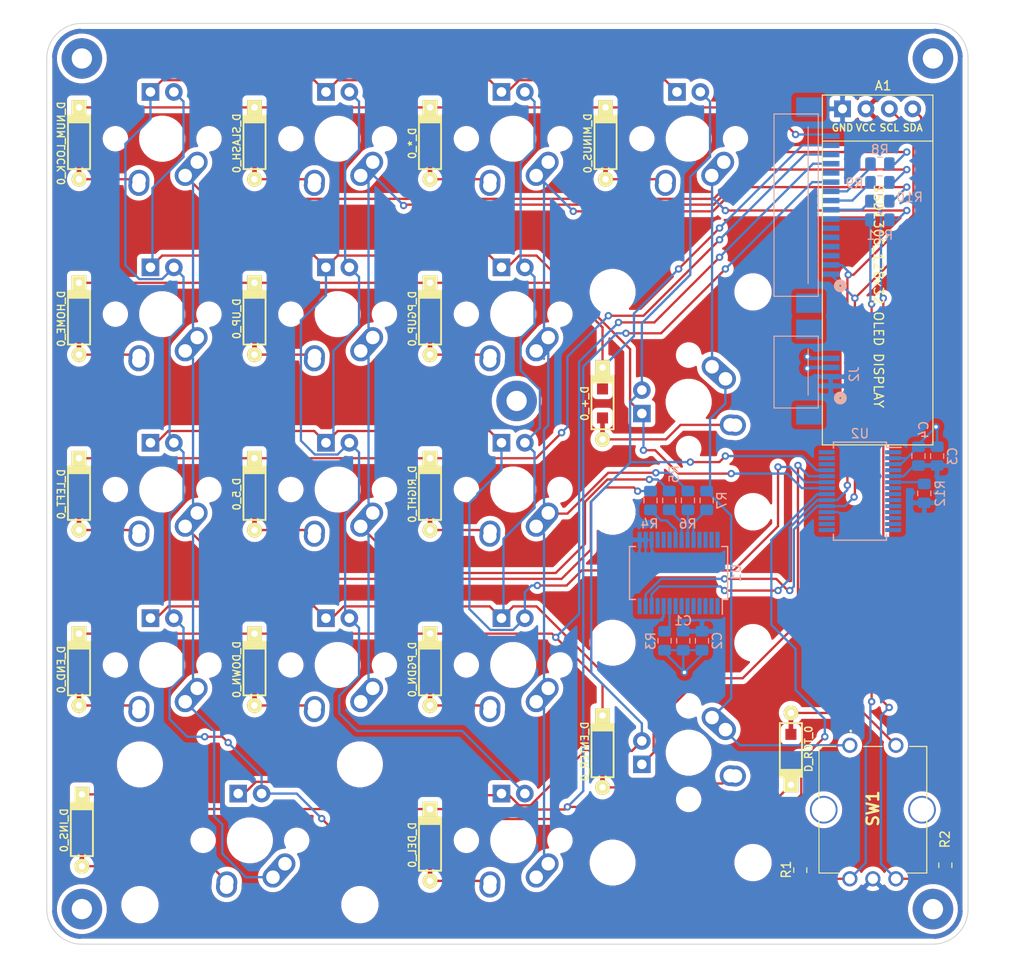
<source format=kicad_pcb>
(kicad_pcb (version 20171130) (host pcbnew "(5.1.6)-1")
  (layers (0 F.Cu signal) (31 B.Cu signal) (34 B.Paste user) (35 F.Paste user) (36 B.SilkS user) (37 F.SilkS user) (38 B.Mask user) (39 F.Mask user) (44 Edge.Cuts user))
  (net 0 "")
  (net 1 "Net-(D_NUM_LOCK_0-Pad2)")
  (net 2 "Net-(D_SLASH_0-Pad2)")
  (net 3 "Net-(D_*_0-Pad2)")
  (net 4 "Net-(D_MINUS_0-Pad2)")
  (net 5 "Net-(D_HOME_0-Pad2)")
  (net 6 "Net-(D_UP_0-Pad2)")
  (net 7 "Net-(D_PGUP_0-Pad2)")
  (net 8 "Net-(D_+_0-Pad2)")
  (net 9 "Net-(D_LEFT_0-Pad2)")
  (net 10 "Net-(D_5_0-Pad2)")
  (net 11 "Net-(D_RIGHT_0-Pad2)")
  (net 12 "Net-(D_END_0-Pad2)")
  (net 13 "Net-(D_DOWN_0-Pad2)")
  (net 14 "Net-(D_PGDN_0-Pad2)")
  (net 15 "Net-(D_ENTER_0-Pad2)")
  (net 16 "Net-(D_INS_0-Pad2)")
  (net 17 "Net-(D_DEL_0-Pad2)")
  (net 18 col2)
  (net 19 col1)
  (net 20 col0)
  (net 21 SCL)
  (net 22 MOSI)
  (net 23 MISO)
  (net 24 SDA)
  (net 25 SCK)
  (net 26 GND)
  (net 27 +5V)
  (net 28 ROT_S1)
  (net 29 CA1)
  (net 30 CA4)
  (net 31 CA2)
  (net 32 CA5)
  (net 33 ROT_S2)
  (net 34 CA3)
  (net 35 "Net-(R3-Pad2)")
  (net 36 GPA0)
  (net 37 GPA1)
  (net 38 GPA2)
  (net 39 GPA3)
  (net 40 "Net-(R12-Pad1)")
  (net 41 "Net-(U1-Pad28)")
  (net 42 "Net-(U1-Pad27)")
  (net 43 "Net-(U1-Pad26)")
  (net 44 "Net-(U1-Pad25)")
  (net 45 "Net-(U1-Pad20)")
  (net 46 "Net-(U1-Pad19)")
  (net 47 "Net-(U1-Pad14)")
  (net 48 "Net-(U1-Pad11)")
  (net 49 "Net-(U1-Pad8)")
  (net 50 "Net-(U1-Pad7)")
  (net 51 "Net-(U1-Pad6)")
  (net 52 "Net-(U1-Pad5)")
  (net 53 "Net-(U1-Pad4)")
  (net 54 "Net-(U1-Pad3)")
  (net 55 "Net-(U1-Pad2)")
  (net 56 "Net-(U1-Pad1)")
  (net 57 "Net-(U2-Pad28)")
  (net 58 "Net-(U2-Pad27)")
  (net 59 "Net-(U2-Pad26)")
  (net 60 "Net-(U2-Pad17)")
  (net 61 "Net-(U2-Pad16)")
  (net 62 "Net-(U2-Pad15)")
  (net 63 "Net-(U2-Pad14)")
  (net 64 "Net-(U2-Pad13)")
  (net 65 "Net-(U2-Pad12)")
  (net 66 "Net-(U2-Pad11)")
  (net 67 "Net-(U2-Pad10)")
  (net 68 "Net-(U2-Pad9)")
  (net 69 "Net-(U2-Pad8)")
  (net 70 "Net-(U2-Pad7)")
  (net 71 "Net-(U2-Pad4)")
  (net 72 "Net-(U2-Pad1)")
  (net 73 +3V3)
  (net 74 D0)
  (net 75 D1)
  (net 76 D2)
  (net 77 A1)
  (net 78 D3)
  (net 79 SPARE)
  (net 80 A5)
  (net 81 A0)
  (net 82 A2)
  (net 83 A3)
  (net 84 A4)
  (module MX_Alps_Hybrid:MX-1U (layer F.Cu) (at 50.625 31.575 180)
    (fp_text reference K_PGUP_0)
    (fp_text value KEYSW)
    (pad "" np_thru_hole circle (at 5.08 0 228.0996) (size 1.75 1.75) (drill 1.75) (layers *.Cu *.Mask))
    (pad "" np_thru_hole circle (at -5.08 0 228.0996) (size 1.75 1.75) (drill 1.75) (layers *.Cu *.Mask))
    (pad 4 thru_hole rect (at 1.27 5.08 180) (size 1.905 1.905) (drill 1.04) (layers *.Cu B.Mask) (net 31 CA2))
    (pad 3 thru_hole circle (at -1.27 5.08 180) (size 1.905 1.905) (drill 1.04) (layers *.Cu B.Mask) (net 30 CA4))
    (pad 1 thru_hole circle (at -2.5 -4 180) (size 2.25 2.25) (drill 1.47) (layers *.Cu B.Mask) (net 18 col2))
    (pad "" np_thru_hole circle (at 0 0 180) (size 3.9878 3.9878) (drill 3.9878) (layers *.Cu *.Mask))
    (pad 1 thru_hole oval (at -3.81 -2.54 228.0996) (size 4.211556 2.25) (drill 1.47 (offset 0.980778 0)) (layers *.Cu B.Mask) (net 18 col2))
    (pad 2 thru_hole circle (at 2.54 -5.08 180) (size 2.25 2.25) (drill 1.47) (layers *.Cu B.Mask) (net 7 "Net-(D_PGUP_0-Pad2)"))
    (pad 2 thru_hole oval (at 2.5 -4.5 266.0548) (size 2.831378 2.25) (drill 1.47 (offset 0.290689 0)) (layers *.Cu B.Mask) (net 7 "Net-(D_PGUP_0-Pad2)"))
  )
  (module Gigahawk:QUARTET_RECV_MATRIX (layer B.Cu) (at 85.09 39.37 90)
    (fp_text reference J2 (at 1.27 2.54 270) (layer B.SilkS) (effects (justify mirror)))
    (fp_text value QUARTET_RECV)
    (pad 15 smd rect (at 13.13 0 270) (size 0.6 1.9) (layers B.Cu B.Paste B.Mask) (net 21 SCL))
    (pad 11 smd rect (at 17.13 0 270) (size 0.6 1.9) (layers B.Cu B.Paste B.Mask) (net 79 SPARE))
    (pad 10 smd rect (at 18.13 0 270) (size 0.6 1.9) (layers B.Cu B.Paste B.Mask) (net 80 A5))
    (pad 2 smd rect (at 26.13 0 270) (size 0.6 1.9) (layers B.Cu B.Paste B.Mask) (net 75 D1))
    (pad 14 smd rect (at 14.13 0 270) (size 0.6 1.9) (layers B.Cu B.Paste B.Mask) (net 22 MOSI))
    (pad 13 smd rect (at 15.13 0 270) (size 0.6 1.9) (layers B.Cu B.Paste B.Mask) (net 23 MISO))
    (pad MT1 smd rect (at 30.28 -2.35 270) (size 2.1 2.8) (layers B.Cu B.Paste B.Mask))
    (pad 6 smd rect (at 22.13 0 270) (size 0.6 1.9) (layers B.Cu B.Paste B.Mask) (net 77 A1))
    (pad MT2 smd rect (at 8.98 -2.35 270) (size 2.1 2.8) (layers B.Cu B.Paste B.Mask))
    (pad 5 smd rect (at 23.13 0 270) (size 0.6 1.9) (layers B.Cu B.Paste B.Mask) (net 81 A0))
    (pad 7 smd rect (at 21.13 0 270) (size 0.6 1.9) (layers B.Cu B.Paste B.Mask) (net 82 A2))
    (pad 4 smd rect (at 24.13 0 270) (size 0.6 1.9) (layers B.Cu B.Paste B.Mask) (net 78 D3))
    (pad 1 smd rect (at 27.13 0 270) (size 0.6 1.9) (layers B.Cu B.Paste B.Mask) (net 74 D0))
    (pad 16 smd rect (at 12.13 0 270) (size 0.6 1.9) (layers B.Cu B.Paste B.Mask) (net 24 SDA))
    (pad 12 smd rect (at 16.13 0 270) (size 0.6 1.9) (layers B.Cu B.Paste B.Mask) (net 25 SCK))
    (pad 3 smd rect (at 25.13 0 270) (size 0.6 1.9) (layers B.Cu B.Paste B.Mask) (net 76 D2))
    (pad 8 smd rect (at 20.13 0 270) (size 0.6 1.9) (layers B.Cu B.Paste B.Mask) (net 83 A3))
    (pad 9 smd rect (at 19.13 0 270) (size 0.6 1.9) (layers B.Cu B.Paste B.Mask) (net 84 A4))
    (pad 19 smd rect (at 1 0 270) (size 0.6 1.9) (layers B.Cu B.Paste B.Mask) (net 26 GND))
    (pad MT4 smd rect (at -3.15 -2.35 270) (size 2.1 2.8) (layers B.Cu B.Paste B.Mask))
    (pad 18 smd rect (at 2 0 270) (size 0.6 1.9) (layers B.Cu B.Paste B.Mask) (net 73 +3V3))
    (pad 20 smd rect (at 0 0 270) (size 0.6 1.9) (layers B.Cu B.Paste B.Mask) (net 26 GND))
    (pad MT3 smd rect (at 6.15 -2.35 270) (size 2.1 2.8) (layers B.Cu B.Paste B.Mask))
    (pad 17 smd rect (at 3 0 270) (size 0.6 1.9) (layers B.Cu B.Paste B.Mask) (net 73 +3V3))
  )
  (module Gigahawk:DOT (layer F.Cu) (at 85.09 39.37)
    (fp_text reference H6)
    (fp_text value "ConnectorPos(85.09,39.37)")
  )
  (module MountingHole:MountingHole_2.2mm_M2_Pad (layer F.Cu) (at 51 41)
    (fp_text reference H5 hide)
    (fp_text value "Center(51,41)")
    (pad 1 thru_hole circle (at 0 0) (size 4.4 4.4) (drill 2.2) (layers *.Cu *.Mask))
  )
  (module MountingHole:MountingHole_2.2mm_M2_Pad (layer F.Cu) (at 96.19 96.19)
    (fp_text reference H4 hide)
    (fp_text value "BottomRight(96.19,96.19)")
    (pad 1 thru_hole circle (at 0 0) (size 4.4 4.4) (drill 2.2) (layers *.Cu *.Mask))
  )
  (module MountingHole:MountingHole_2.2mm_M2_Pad (layer F.Cu) (at 3.81 96.19)
    (fp_text reference H3 hide)
    (fp_text value "BottomLeft(3.81,96.19)")
    (pad 1 thru_hole circle (at 0 0) (size 4.4 4.4) (drill 2.2) (layers *.Cu *.Mask))
  )
  (module MountingHole:MountingHole_2.2mm_M2_Pad (layer F.Cu) (at 96.19 3.81)
    (fp_text reference H2 hide)
    (fp_text value "TopRight(96.19,3.81)")
    (pad 1 thru_hole circle (at 0 0) (size 4.4 4.4) (drill 2.2) (layers *.Cu *.Mask))
  )
  (module MountingHole:MountingHole_2.2mm_M2_Pad (layer F.Cu) (at 3.81 3.81)
    (fp_text reference H1 hide)
    (fp_text value "TopLeft(3.81,3.81)")
    (pad 1 thru_hole circle (at 0 0) (size 4.4 4.4) (drill 2.2) (layers *.Cu *.Mask))
  )
  (module Package_SO:SSOP-28_5.3x10.2mm_P0.65mm (layer B.Cu) (at 88.265 50.8 180)
    (fp_text reference U2 (at 0 6.25 180) (layer B.SilkS) (effects (justify mirror)))
    (fp_text value IS31FL3731-SA)
    (pad 28 smd rect (at 3.6 4.225 180) (size 1.75 0.45) (layers B.Cu B.Paste B.Mask) (net 57 "Net-(U2-Pad28)"))
    (pad 27 smd rect (at 3.6 3.575 180) (size 1.75 0.45) (layers B.Cu B.Paste B.Mask) (net 58 "Net-(U2-Pad27)"))
    (pad 26 smd rect (at 3.6 2.925 180) (size 1.75 0.45) (layers B.Cu B.Paste B.Mask) (net 59 "Net-(U2-Pad26)"))
    (pad 25 smd rect (at 3.6 2.275 180) (size 1.75 0.45) (layers B.Cu B.Paste B.Mask) (net 32 CA5))
    (pad 24 smd rect (at 3.6 1.625 180) (size 1.75 0.45) (layers B.Cu B.Paste B.Mask) (net 30 CA4))
    (pad 23 smd rect (at 3.6 0.975 180) (size 1.75 0.45) (layers B.Cu B.Paste B.Mask) (net 34 CA3))
    (pad 22 smd rect (at 3.6 0.325 180) (size 1.75 0.45) (layers B.Cu B.Paste B.Mask) (net 31 CA2))
    (pad 21 smd rect (at 3.6 -0.325 180) (size 1.75 0.45) (layers B.Cu B.Paste B.Mask) (net 29 CA1))
    (pad 20 smd rect (at 3.6 -0.975 180) (size 1.75 0.45) (layers B.Cu B.Paste B.Mask) (net 21 SCL))
    (pad 19 smd rect (at 3.6 -1.625 180) (size 1.75 0.45) (layers B.Cu B.Paste B.Mask) (net 24 SDA))
    (pad 18 smd rect (at 3.6 -2.275 180) (size 1.75 0.45) (layers B.Cu B.Paste B.Mask) (net 26 GND))
    (pad 17 smd rect (at 3.6 -2.925 180) (size 1.75 0.45) (layers B.Cu B.Paste B.Mask) (net 60 "Net-(U2-Pad17)"))
    (pad 16 smd rect (at 3.6 -3.575 180) (size 1.75 0.45) (layers B.Cu B.Paste B.Mask) (net 61 "Net-(U2-Pad16)"))
    (pad 15 smd rect (at 3.6 -4.225 180) (size 1.75 0.45) (layers B.Cu B.Paste B.Mask) (net 62 "Net-(U2-Pad15)"))
    (pad 14 smd rect (at -3.6 -4.225 180) (size 1.75 0.45) (layers B.Cu B.Paste B.Mask) (net 63 "Net-(U2-Pad14)"))
    (pad 13 smd rect (at -3.6 -3.575 180) (size 1.75 0.45) (layers B.Cu B.Paste B.Mask) (net 64 "Net-(U2-Pad13)"))
    (pad 12 smd rect (at -3.6 -2.925 180) (size 1.75 0.45) (layers B.Cu B.Paste B.Mask) (net 65 "Net-(U2-Pad12)"))
    (pad 11 smd rect (at -3.6 -2.275 180) (size 1.75 0.45) (layers B.Cu B.Paste B.Mask) (net 66 "Net-(U2-Pad11)"))
    (pad 10 smd rect (at -3.6 -1.625 180) (size 1.75 0.45) (layers B.Cu B.Paste B.Mask) (net 67 "Net-(U2-Pad10)"))
    (pad 9 smd rect (at -3.6 -0.975 180) (size 1.75 0.45) (layers B.Cu B.Paste B.Mask) (net 68 "Net-(U2-Pad9)"))
    (pad 8 smd rect (at -3.6 -0.325 180) (size 1.75 0.45) (layers B.Cu B.Paste B.Mask) (net 69 "Net-(U2-Pad8)"))
    (pad 7 smd rect (at -3.6 0.325 180) (size 1.75 0.45) (layers B.Cu B.Paste B.Mask) (net 70 "Net-(U2-Pad7)"))
    (pad 6 smd rect (at -3.6 0.975 180) (size 1.75 0.45) (layers B.Cu B.Paste B.Mask) (net 40 "Net-(R12-Pad1)"))
    (pad 5 smd rect (at -3.6 1.625 180) (size 1.75 0.45) (layers B.Cu B.Paste B.Mask) (net 26 GND))
    (pad 4 smd rect (at -3.6 2.275 180) (size 1.75 0.45) (layers B.Cu B.Paste B.Mask) (net 71 "Net-(U2-Pad4)"))
    (pad 3 smd rect (at -3.6 2.925 180) (size 1.75 0.45) (layers B.Cu B.Paste B.Mask) (net 73 +3V3))
    (pad 2 smd rect (at -3.6 3.575 180) (size 1.75 0.45) (layers B.Cu B.Paste B.Mask) (net 73 +3V3))
    (pad 1 smd rect (at -3.6 4.225 180) (size 1.75 0.45) (layers B.Cu B.Paste B.Mask) (net 72 "Net-(U2-Pad1)"))
  )
  (module Package_SO:SSOP-28_5.3x10.2mm_P0.65mm (layer B.Cu) (at 68.58 59.69 90)
    (fp_text reference U1 (at 0 6.25 270) (layer B.SilkS) (effects (justify mirror)))
    (fp_text value MCP23017_SS)
    (pad 28 smd rect (at 3.6 4.225 90) (size 1.75 0.45) (layers B.Cu B.Paste B.Mask) (net 41 "Net-(U1-Pad28)"))
    (pad 27 smd rect (at 3.6 3.575 90) (size 1.75 0.45) (layers B.Cu B.Paste B.Mask) (net 42 "Net-(U1-Pad27)"))
    (pad 26 smd rect (at 3.6 2.925 90) (size 1.75 0.45) (layers B.Cu B.Paste B.Mask) (net 43 "Net-(U1-Pad26)"))
    (pad 25 smd rect (at 3.6 2.275 90) (size 1.75 0.45) (layers B.Cu B.Paste B.Mask) (net 44 "Net-(U1-Pad25)"))
    (pad 24 smd rect (at 3.6 1.625 90) (size 1.75 0.45) (layers B.Cu B.Paste B.Mask) (net 39 GPA3))
    (pad 23 smd rect (at 3.6 0.975 90) (size 1.75 0.45) (layers B.Cu B.Paste B.Mask) (net 38 GPA2))
    (pad 22 smd rect (at 3.6 0.325 90) (size 1.75 0.45) (layers B.Cu B.Paste B.Mask) (net 37 GPA1))
    (pad 21 smd rect (at 3.6 -0.325 90) (size 1.75 0.45) (layers B.Cu B.Paste B.Mask) (net 36 GPA0))
    (pad 20 smd rect (at 3.6 -0.975 90) (size 1.75 0.45) (layers B.Cu B.Paste B.Mask) (net 45 "Net-(U1-Pad20)"))
    (pad 19 smd rect (at 3.6 -1.625 90) (size 1.75 0.45) (layers B.Cu B.Paste B.Mask) (net 46 "Net-(U1-Pad19)"))
    (pad 18 smd rect (at 3.6 -2.275 90) (size 1.75 0.45) (layers B.Cu B.Paste B.Mask) (net 27 +5V))
    (pad 17 smd rect (at 3.6 -2.925 90) (size 1.75 0.45) (layers B.Cu B.Paste B.Mask) (net 26 GND))
    (pad 16 smd rect (at 3.6 -3.575 90) (size 1.75 0.45) (layers B.Cu B.Paste B.Mask) (net 26 GND))
    (pad 15 smd rect (at 3.6 -4.225 90) (size 1.75 0.45) (layers B.Cu B.Paste B.Mask) (net 26 GND))
    (pad 14 smd rect (at -3.6 -4.225 90) (size 1.75 0.45) (layers B.Cu B.Paste B.Mask) (net 47 "Net-(U1-Pad14)"))
    (pad 13 smd rect (at -3.6 -3.575 90) (size 1.75 0.45) (layers B.Cu B.Paste B.Mask) (net 24 SDA))
    (pad 12 smd rect (at -3.6 -2.925 90) (size 1.75 0.45) (layers B.Cu B.Paste B.Mask) (net 21 SCL))
    (pad 11 smd rect (at -3.6 -2.275 90) (size 1.75 0.45) (layers B.Cu B.Paste B.Mask) (net 48 "Net-(U1-Pad11)"))
    (pad 10 smd rect (at -3.6 -1.625 90) (size 1.75 0.45) (layers B.Cu B.Paste B.Mask) (net 26 GND))
    (pad 9 smd rect (at -3.6 -0.975 90) (size 1.75 0.45) (layers B.Cu B.Paste B.Mask) (net 35 "Net-(R3-Pad2)"))
    (pad 8 smd rect (at -3.6 -0.325 90) (size 1.75 0.45) (layers B.Cu B.Paste B.Mask) (net 49 "Net-(U1-Pad8)"))
    (pad 7 smd rect (at -3.6 0.325 90) (size 1.75 0.45) (layers B.Cu B.Paste B.Mask) (net 50 "Net-(U1-Pad7)"))
    (pad 6 smd rect (at -3.6 0.975 90) (size 1.75 0.45) (layers B.Cu B.Paste B.Mask) (net 51 "Net-(U1-Pad6)"))
    (pad 5 smd rect (at -3.6 1.625 90) (size 1.75 0.45) (layers B.Cu B.Paste B.Mask) (net 52 "Net-(U1-Pad5)"))
    (pad 4 smd rect (at -3.6 2.275 90) (size 1.75 0.45) (layers B.Cu B.Paste B.Mask) (net 53 "Net-(U1-Pad4)"))
    (pad 3 smd rect (at -3.6 2.925 90) (size 1.75 0.45) (layers B.Cu B.Paste B.Mask) (net 54 "Net-(U1-Pad3)"))
    (pad 2 smd rect (at -3.6 3.575 90) (size 1.75 0.45) (layers B.Cu B.Paste B.Mask) (net 55 "Net-(U1-Pad2)"))
    (pad 1 smd rect (at -3.6 4.225 90) (size 1.75 0.45) (layers B.Cu B.Paste B.Mask) (net 56 "Net-(U1-Pad1)"))
  )
  (module Gigahawk:482016514001 (layer F.Cu) (at 89.67 85.4 270)
    (fp_text reference SW1 (at -0.138 0 90) (layer F.SilkS) (effects (font (size 1.27 1.27) (thickness 0.254))))
    (fp_text value Rotary_Encoder_Switch hide)
    (pad MP2 thru_hole circle (at 0 -5.334) (size 3 3) (drill 2.6) (layers *.Cu *.Mask))
    (pad MP1 thru_hole circle (at 0 5.334) (size 3 3) (drill 2.6) (layers *.Cu *.Mask))
    (pad B thru_hole circle (at 7.5 -2.5 270) (size 1.65 1.65) (drill 1.1) (layers *.Cu *.Mask) (net 84 A4))
    (pad C thru_hole circle (at 7.5 0 270) (size 1.65 1.65) (drill 1.1) (layers *.Cu *.Mask) (net 26 GND))
    (pad A thru_hole circle (at 7.5 2.5 270) (size 1.65 1.65) (drill 1.1) (layers *.Cu *.Mask) (net 80 A5))
    (pad S2 thru_hole circle (at -7 -2.5 270) (size 1.65 1.65) (drill 1.1) (layers *.Cu *.Mask) (net 28 ROT_S1))
    (pad S1 thru_hole circle (at -7 2.5 270) (size 1.65 1.65) (drill 1.1) (layers *.Cu *.Mask) (net 33 ROT_S2))
  )
  (module Resistor_SMD:R_0805_2012Metric_Pad1.15x1.40mm_HandSolder (layer B.Cu) (at 95.25 51.045 270)
    (fp_text reference R12 (at 0 -1.72 90) (layer B.SilkS) (effects (justify mirror)))
    (fp_text value 20k)
    (pad 2 smd roundrect (at 1.025 0 270) (size 1.15 1.4) (layers B.Cu B.Paste B.Mask) (roundrect_rratio 0.217391) (net 26 GND))
    (pad 1 smd roundrect (at -1.025 0 270) (size 1.15 1.4) (layers B.Cu B.Paste B.Mask) (roundrect_rratio 0.217391) (net 40 "Net-(R12-Pad1)"))
  )
  (module Resistor_SMD:R_0805_2012Metric_Pad1.15x1.40mm_HandSolder (layer B.Cu) (at 90.424 21.336)
    (fp_text reference R11 (at 0 1.65) (layer B.SilkS) (effects (justify mirror)))
    (fp_text value DNI)
    (pad 2 smd roundrect (at 1.025 0) (size 1.15 1.4) (layers B.Cu B.Paste B.Mask) (roundrect_rratio 0.217391) (net 33 ROT_S2))
    (pad 1 smd roundrect (at -1.025 0) (size 1.15 1.4) (layers B.Cu B.Paste B.Mask) (roundrect_rratio 0.217391) (net 80 A5))
  )
  (module Resistor_SMD:R_0805_2012Metric_Pad1.15x1.40mm_HandSolder (layer B.Cu) (at 90.424 19.304)
    (fp_text reference R10 (at 3.236 -0.424) (layer B.SilkS) (effects (justify mirror)))
    (fp_text value DNI)
    (pad 2 smd roundrect (at 1.025 0) (size 1.15 1.4) (layers B.Cu B.Paste B.Mask) (roundrect_rratio 0.217391) (net 18 col2))
    (pad 1 smd roundrect (at -1.025 0) (size 1.15 1.4) (layers B.Cu B.Paste B.Mask) (roundrect_rratio 0.217391) (net 84 A4))
  )
  (module Resistor_SMD:R_0805_2012Metric_Pad1.15x1.40mm_HandSolder (layer B.Cu) (at 90.433 17.272)
    (fp_text reference R9 (at -2.763 0.068) (layer B.SilkS) (effects (justify mirror)))
    (fp_text value DNI)
    (pad 2 smd roundrect (at 1.025 0) (size 1.15 1.4) (layers B.Cu B.Paste B.Mask) (roundrect_rratio 0.217391) (net 19 col1))
    (pad 1 smd roundrect (at -1.025 0) (size 1.15 1.4) (layers B.Cu B.Paste B.Mask) (roundrect_rratio 0.217391) (net 83 A3))
  )
  (module Resistor_SMD:R_0805_2012Metric_Pad1.15x1.40mm_HandSolder (layer B.Cu) (at 90.433 15.24)
    (fp_text reference R8 (at -0.003 -1.54) (layer B.SilkS) (effects (justify mirror)))
    (fp_text value DNI)
    (pad 2 smd roundrect (at 1.025 0) (size 1.15 1.4) (layers B.Cu B.Paste B.Mask) (roundrect_rratio 0.217391) (net 20 col0))
    (pad 1 smd roundrect (at -1.025 0) (size 1.15 1.4) (layers B.Cu B.Paste B.Mask) (roundrect_rratio 0.217391) (net 82 A2))
  )
  (module Resistor_SMD:R_0805_2012Metric_Pad1.15x1.40mm_HandSolder (layer B.Cu) (at 71.628 51.807 90)
    (fp_text reference R7 (at 0 1.65 90) (layer B.SilkS) (effects (justify mirror)))
    (fp_text value 0R)
    (pad 2 smd roundrect (at 1.025 0 90) (size 1.15 1.4) (layers B.Cu B.Paste B.Mask) (roundrect_rratio 0.217391) (net 33 ROT_S2))
    (pad 1 smd roundrect (at -1.025 0 90) (size 1.15 1.4) (layers B.Cu B.Paste B.Mask) (roundrect_rratio 0.217391) (net 39 GPA3))
  )
  (module Resistor_SMD:R_0805_2012Metric_Pad1.15x1.40mm_HandSolder (layer B.Cu) (at 69.596 51.807 90)
    (fp_text reference R6 (at -2.543 -0.026 180) (layer B.SilkS) (effects (justify mirror)))
    (fp_text value 0R)
    (pad 2 smd roundrect (at 1.025 0 90) (size 1.15 1.4) (layers B.Cu B.Paste B.Mask) (roundrect_rratio 0.217391) (net 18 col2))
    (pad 1 smd roundrect (at -1.025 0 90) (size 1.15 1.4) (layers B.Cu B.Paste B.Mask) (roundrect_rratio 0.217391) (net 38 GPA2))
  )
  (module Resistor_SMD:R_0805_2012Metric_Pad1.15x1.40mm_HandSolder (layer B.Cu) (at 67.564 51.807 90)
    (fp_text reference R5 (at 2.857 0.526 270) (layer B.SilkS) (effects (justify mirror)))
    (fp_text value 0R)
    (pad 2 smd roundrect (at 1.025 0 90) (size 1.15 1.4) (layers B.Cu B.Paste B.Mask) (roundrect_rratio 0.217391) (net 19 col1))
    (pad 1 smd roundrect (at -1.025 0 90) (size 1.15 1.4) (layers B.Cu B.Paste B.Mask) (roundrect_rratio 0.217391) (net 37 GPA1))
  )
  (module Resistor_SMD:R_0805_2012Metric_Pad1.15x1.40mm_HandSolder (layer B.Cu) (at 65.532 51.816 90)
    (fp_text reference R4 (at -2.534 -0.112 180) (layer B.SilkS) (effects (justify mirror)))
    (fp_text value 0R)
    (pad 2 smd roundrect (at 1.025 0 90) (size 1.15 1.4) (layers B.Cu B.Paste B.Mask) (roundrect_rratio 0.217391) (net 20 col0))
    (pad 1 smd roundrect (at -1.025 0 90) (size 1.15 1.4) (layers B.Cu B.Paste B.Mask) (roundrect_rratio 0.217391) (net 36 GPA0))
  )
  (module Resistor_SMD:R_0805_2012Metric_Pad1.15x1.40mm_HandSolder (layer B.Cu) (at 67.056 67.047 90)
    (fp_text reference R3 (at -0.023 -1.496 90) (layer B.SilkS) (effects (justify mirror)))
    (fp_text value 0R)
    (pad 2 smd roundrect (at 1.025 0 90) (size 1.15 1.4) (layers B.Cu B.Paste B.Mask) (roundrect_rratio 0.217391) (net 35 "Net-(R3-Pad2)"))
    (pad 1 smd roundrect (at -1.025 0 90) (size 1.15 1.4) (layers B.Cu B.Paste B.Mask) (roundrect_rratio 0.217391) (net 73 +3V3))
  )
  (module Resistor_SMD:R_0805_2012Metric_Pad1.15x1.40mm_HandSolder (layer F.Cu) (at 97.536 91.431 90)
    (fp_text reference R2 (at 2.821 -0.036 -90) (layer F.SilkS))
    (fp_text value 20k)
    (pad 2 smd roundrect (at 1.025 0 90) (size 1.15 1.4) (layers F.Cu F.Paste F.Mask) (roundrect_rratio 0.217391) (net 73 +3V3))
    (pad 1 smd roundrect (at -1.025 0 90) (size 1.15 1.4) (layers F.Cu F.Paste F.Mask) (roundrect_rratio 0.217391) (net 84 A4))
  )
  (module Resistor_SMD:R_0805_2012Metric_Pad1.15x1.40mm_HandSolder (layer F.Cu) (at 81.788 91.957 270)
    (fp_text reference R1 (at -0.057 1.528 90) (layer F.SilkS))
    (fp_text value 20k)
    (pad 2 smd roundrect (at 1.025 0 270) (size 1.15 1.4) (layers F.Cu F.Paste F.Mask) (roundrect_rratio 0.217391) (net 80 A5))
    (pad 1 smd roundrect (at -1.025 0 270) (size 1.15 1.4) (layers F.Cu F.Paste F.Mask) (roundrect_rratio 0.217391) (net 73 +3V3))
  )
  (module keyboard_parts:D_SOD123_axial (layer F.Cu) (at 80.772 78.791 90)
    (fp_text reference D_ROT_0 (at 0 1.925 90) (layer F.SilkS) (effects (font (size 0.8 0.8))))
    (fp_text value D hide)
    (pad 2 smd rect (at 2.7 0 90) (size 2.5 0.5) (layers F.Cu) (net 28 ROT_S1))
    (pad 1 smd rect (at -2.7 0 90) (size 2.5 0.5) (layers F.Cu) (net 77 A1))
    (pad 2 thru_hole circle (at 3.9 0 90) (size 1.6 1.6) (drill 0.7) (layers *.Cu *.Mask F.SilkS) (net 28 ROT_S1))
    (pad 1 thru_hole rect (at -3.9 0 90) (size 1.6 1.6) (drill 0.7) (layers *.Cu *.Mask F.SilkS) (net 77 A1))
    (pad 1 smd rect (at -1.575 0 90) (size 1.2 1.2) (layers F.Cu F.Paste F.Mask) (net 77 A1))
    (pad 2 smd rect (at 1.575 0 90) (size 1.2 1.2) (layers F.Cu F.Paste F.Mask) (net 28 ROT_S1))
  )
  (module Capacitor_SMD:C_0805_2012Metric_Pad1.15x1.40mm_HandSolder (layer B.Cu) (at 94.615 46.99 270)
    (fp_text reference C4 (at -2.84 -0.575 270) (layer B.SilkS) (effects (justify mirror)))
    (fp_text value 0.1u)
    (pad 2 smd roundrect (at 1.025 0 270) (size 1.15 1.4) (layers B.Cu B.Paste B.Mask) (roundrect_rratio 0.217391) (net 26 GND))
    (pad 1 smd roundrect (at -1.025 0 270) (size 1.15 1.4) (layers B.Cu B.Paste B.Mask) (roundrect_rratio 0.217391) (net 73 +3V3))
  )
  (module Capacitor_SMD:C_0805_2012Metric_Pad1.15x1.40mm_HandSolder (layer B.Cu) (at 96.647 46.99 270)
    (fp_text reference C3 (at 0.01 -1.673 90) (layer B.SilkS) (effects (justify mirror)))
    (fp_text value 1u)
    (pad 2 smd roundrect (at 1.025 0 270) (size 1.15 1.4) (layers B.Cu B.Paste B.Mask) (roundrect_rratio 0.217391) (net 26 GND))
    (pad 1 smd roundrect (at -1.025 0 270) (size 1.15 1.4) (layers B.Cu B.Paste B.Mask) (roundrect_rratio 0.217391) (net 73 +3V3))
  )
  (module Capacitor_SMD:C_0805_2012Metric_Pad1.15x1.40mm_HandSolder (layer B.Cu) (at 71.12 67.047 90)
    (fp_text reference C2 (at 0 1.65 90) (layer B.SilkS) (effects (justify mirror)))
    (fp_text value 0.1u)
    (pad 2 smd roundrect (at 1.025 0 90) (size 1.15 1.4) (layers B.Cu B.Paste B.Mask) (roundrect_rratio 0.217391) (net 26 GND))
    (pad 1 smd roundrect (at -1.025 0 90) (size 1.15 1.4) (layers B.Cu B.Paste B.Mask) (roundrect_rratio 0.217391) (net 73 +3V3))
  )
  (module Capacitor_SMD:C_0805_2012Metric_Pad1.15x1.40mm_HandSolder (layer B.Cu) (at 69.088 67.047 90)
    (fp_text reference C1 (at 2.177 -0.018 180) (layer B.SilkS) (effects (justify mirror)))
    (fp_text value 1u)
    (pad 2 smd roundrect (at 1.025 0 90) (size 1.15 1.4) (layers B.Cu B.Paste B.Mask) (roundrect_rratio 0.217391) (net 26 GND))
    (pad 1 smd roundrect (at -1.025 0 90) (size 1.15 1.4) (layers B.Cu B.Paste B.Mask) (roundrect_rratio 0.217391) (net 73 +3V3))
  )
  (module Gigahawk:SSD1306_MODULE_128x32 (layer F.Cu) (at 84.185 7.78)
    (fp_text reference A1 (at 6.604 -1.016) (layer F.SilkS))
    (fp_text value SSD1306_I2C_MODULE)
    (fp_text user "SSD1306_128x32 OLED DISPLAY" (at 6.096 21.844 270 unlocked) (layer F.SilkS))
    (fp_text user SDA (at 9.81 3.556) (layer F.SilkS) (effects (font (size 0.762 0.762))))
    (fp_text user SCL (at 7.27 3.556) (layer F.SilkS) (effects (font (size 0.762 0.762))))
    (fp_text user VCC (at 4.73 3.556) (layer F.SilkS) (effects (font (size 0.762 0.762))))
    (fp_text user GND (at 2.19 3.556) (layer F.SilkS) (effects (font (size 0.762 0.762))))
    (pad 4 thru_hole circle (at 9.81 1.5) (size 1.820164 1.820164) (drill 0.973582) (layers *.Cu *.Mask) (net 24 SDA))
    (pad 3 thru_hole circle (at 7.27 1.5) (size 1.820164 1.820164) (drill 0.973582) (layers *.Cu *.Mask) (net 21 SCL))
    (pad 2 thru_hole circle (at 4.73 1.5) (size 1.820164 1.820164) (drill 0.973582) (layers *.Cu *.Mask) (net 73 +3V3))
    (pad 1 thru_hole rect (at 2.19 1.5) (size 1.820164 1.820164) (drill 0.973582) (layers *.Cu *.Mask) (net 26 GND))
  )
  (module MX_Alps_Hybrid:MX-1U (layer F.Cu) (at 31.575 31.575 180)
    (fp_text reference K_UP_0)
    (fp_text value KEYSW)
    (pad "" np_thru_hole circle (at 5.08 0 228.0996) (size 1.75 1.75) (drill 1.75) (layers *.Cu *.Mask))
    (pad "" np_thru_hole circle (at -5.08 0 228.0996) (size 1.75 1.75) (drill 1.75) (layers *.Cu *.Mask))
    (pad 4 thru_hole rect (at 1.27 5.08 180) (size 1.905 1.905) (drill 1.04) (layers *.Cu B.Mask) (net 31 CA2))
    (pad 3 thru_hole circle (at -1.27 5.08 180) (size 1.905 1.905) (drill 1.04) (layers *.Cu B.Mask) (net 34 CA3))
    (pad 1 thru_hole circle (at -2.5 -4 180) (size 2.25 2.25) (drill 1.47) (layers *.Cu B.Mask) (net 19 col1))
    (pad "" np_thru_hole circle (at 0 0 180) (size 3.9878 3.9878) (drill 3.9878) (layers *.Cu *.Mask))
    (pad 1 thru_hole oval (at -3.81 -2.54 228.0996) (size 4.211556 2.25) (drill 1.47 (offset 0.980778 0)) (layers *.Cu B.Mask) (net 19 col1))
    (pad 2 thru_hole circle (at 2.54 -5.08 180) (size 2.25 2.25) (drill 1.47) (layers *.Cu B.Mask) (net 6 "Net-(D_UP_0-Pad2)"))
    (pad 2 thru_hole oval (at 2.5 -4.5 266.0548) (size 2.831378 2.25) (drill 1.47 (offset 0.290689 0)) (layers *.Cu B.Mask) (net 6 "Net-(D_UP_0-Pad2)"))
  )
  (module MX_Alps_Hybrid:MX-1U (layer F.Cu) (at 31.575 12.525 180)
    (fp_text reference K_SLASH_0)
    (fp_text value KEYSW)
    (pad "" np_thru_hole circle (at 5.08 0 228.0996) (size 1.75 1.75) (drill 1.75) (layers *.Cu *.Mask))
    (pad "" np_thru_hole circle (at -5.08 0 228.0996) (size 1.75 1.75) (drill 1.75) (layers *.Cu *.Mask))
    (pad 4 thru_hole rect (at 1.27 5.08 180) (size 1.905 1.905) (drill 1.04) (layers *.Cu B.Mask) (net 29 CA1))
    (pad 3 thru_hole circle (at -1.27 5.08 180) (size 1.905 1.905) (drill 1.04) (layers *.Cu B.Mask) (net 34 CA3))
    (pad 1 thru_hole circle (at -2.5 -4 180) (size 2.25 2.25) (drill 1.47) (layers *.Cu B.Mask) (net 19 col1))
    (pad "" np_thru_hole circle (at 0 0 180) (size 3.9878 3.9878) (drill 3.9878) (layers *.Cu *.Mask))
    (pad 1 thru_hole oval (at -3.81 -2.54 228.0996) (size 4.211556 2.25) (drill 1.47 (offset 0.980778 0)) (layers *.Cu B.Mask) (net 19 col1))
    (pad 2 thru_hole circle (at 2.54 -5.08 180) (size 2.25 2.25) (drill 1.47) (layers *.Cu B.Mask) (net 2 "Net-(D_SLASH_0-Pad2)"))
    (pad 2 thru_hole oval (at 2.5 -4.5 266.0548) (size 2.831378 2.25) (drill 1.47 (offset 0.290689 0)) (layers *.Cu B.Mask) (net 2 "Net-(D_SLASH_0-Pad2)"))
  )
  (module MX_Alps_Hybrid:MX-1U (layer F.Cu) (at 50.625 50.625 180)
    (fp_text reference K_RIGHT_0)
    (fp_text value KEYSW)
    (pad "" np_thru_hole circle (at 5.08 0 228.0996) (size 1.75 1.75) (drill 1.75) (layers *.Cu *.Mask))
    (pad "" np_thru_hole circle (at -5.08 0 228.0996) (size 1.75 1.75) (drill 1.75) (layers *.Cu *.Mask))
    (pad 4 thru_hole rect (at 1.27 5.08 180) (size 1.905 1.905) (drill 1.04) (layers *.Cu B.Mask) (net 34 CA3))
    (pad 3 thru_hole circle (at -1.27 5.08 180) (size 1.905 1.905) (drill 1.04) (layers *.Cu B.Mask) (net 30 CA4))
    (pad 1 thru_hole circle (at -2.5 -4 180) (size 2.25 2.25) (drill 1.47) (layers *.Cu B.Mask) (net 18 col2))
    (pad "" np_thru_hole circle (at 0 0 180) (size 3.9878 3.9878) (drill 3.9878) (layers *.Cu *.Mask))
    (pad 1 thru_hole oval (at -3.81 -2.54 228.0996) (size 4.211556 2.25) (drill 1.47 (offset 0.980778 0)) (layers *.Cu B.Mask) (net 18 col2))
    (pad 2 thru_hole circle (at 2.54 -5.08 180) (size 2.25 2.25) (drill 1.47) (layers *.Cu B.Mask) (net 11 "Net-(D_RIGHT_0-Pad2)"))
    (pad 2 thru_hole oval (at 2.5 -4.5 266.0548) (size 2.831378 2.25) (drill 1.47 (offset 0.290689 0)) (layers *.Cu B.Mask) (net 11 "Net-(D_RIGHT_0-Pad2)"))
  )
  (module MX_Alps_Hybrid:MX-1U (layer F.Cu) (at 50.625 69.675 180)
    (fp_text reference K_PGDN_0)
    (fp_text value KEYSW)
    (pad "" np_thru_hole circle (at 5.08 0 228.0996) (size 1.75 1.75) (drill 1.75) (layers *.Cu *.Mask))
    (pad "" np_thru_hole circle (at -5.08 0 228.0996) (size 1.75 1.75) (drill 1.75) (layers *.Cu *.Mask))
    (pad 4 thru_hole rect (at 1.27 5.08 180) (size 1.905 1.905) (drill 1.04) (layers *.Cu B.Mask) (net 30 CA4))
    (pad 3 thru_hole circle (at -1.27 5.08 180) (size 1.905 1.905) (drill 1.04) (layers *.Cu B.Mask) (net 34 CA3))
    (pad 1 thru_hole circle (at -2.5 -4 180) (size 2.25 2.25) (drill 1.47) (layers *.Cu B.Mask) (net 18 col2))
    (pad "" np_thru_hole circle (at 0 0 180) (size 3.9878 3.9878) (drill 3.9878) (layers *.Cu *.Mask))
    (pad 1 thru_hole oval (at -3.81 -2.54 228.0996) (size 4.211556 2.25) (drill 1.47 (offset 0.980778 0)) (layers *.Cu B.Mask) (net 18 col2))
    (pad 2 thru_hole circle (at 2.54 -5.08 180) (size 2.25 2.25) (drill 1.47) (layers *.Cu B.Mask) (net 14 "Net-(D_PGDN_0-Pad2)"))
    (pad 2 thru_hole oval (at 2.5 -4.5 266.0548) (size 2.831378 2.25) (drill 1.47 (offset 0.290689 0)) (layers *.Cu B.Mask) (net 14 "Net-(D_PGDN_0-Pad2)"))
  )
  (module MX_Alps_Hybrid:MX-1U (layer F.Cu) (at 12.525 12.525 180)
    (fp_text reference K_NUM_LOCK_0)
    (fp_text value KEYSW)
    (pad "" np_thru_hole circle (at 5.08 0 228.0996) (size 1.75 1.75) (drill 1.75) (layers *.Cu *.Mask))
    (pad "" np_thru_hole circle (at -5.08 0 228.0996) (size 1.75 1.75) (drill 1.75) (layers *.Cu *.Mask))
    (pad 4 thru_hole rect (at 1.27 5.08 180) (size 1.905 1.905) (drill 1.04) (layers *.Cu B.Mask) (net 29 CA1))
    (pad 3 thru_hole circle (at -1.27 5.08 180) (size 1.905 1.905) (drill 1.04) (layers *.Cu B.Mask) (net 31 CA2))
    (pad 1 thru_hole circle (at -2.5 -4 180) (size 2.25 2.25) (drill 1.47) (layers *.Cu B.Mask) (net 20 col0))
    (pad "" np_thru_hole circle (at 0 0 180) (size 3.9878 3.9878) (drill 3.9878) (layers *.Cu *.Mask))
    (pad 1 thru_hole oval (at -3.81 -2.54 228.0996) (size 4.211556 2.25) (drill 1.47 (offset 0.980778 0)) (layers *.Cu B.Mask) (net 20 col0))
    (pad 2 thru_hole circle (at 2.54 -5.08 180) (size 2.25 2.25) (drill 1.47) (layers *.Cu B.Mask) (net 1 "Net-(D_NUM_LOCK_0-Pad2)"))
    (pad 2 thru_hole oval (at 2.5 -4.5 266.0548) (size 2.831378 2.25) (drill 1.47 (offset 0.290689 0)) (layers *.Cu B.Mask) (net 1 "Net-(D_NUM_LOCK_0-Pad2)"))
  )
  (module MX_Alps_Hybrid:MX-1U (layer F.Cu) (at 69.675 12.525 180)
    (fp_text reference K_MINUS_0)
    (fp_text value KEYSW)
    (pad "" np_thru_hole circle (at 5.08 0 228.0996) (size 1.75 1.75) (drill 1.75) (layers *.Cu *.Mask))
    (pad "" np_thru_hole circle (at -5.08 0 228.0996) (size 1.75 1.75) (drill 1.75) (layers *.Cu *.Mask))
    (pad 4 thru_hole rect (at 1.27 5.08 180) (size 1.905 1.905) (drill 1.04) (layers *.Cu B.Mask) (net 29 CA1))
    (pad 3 thru_hole circle (at -1.27 5.08 180) (size 1.905 1.905) (drill 1.04) (layers *.Cu B.Mask) (net 32 CA5))
    (pad 1 thru_hole circle (at -2.5 -4 180) (size 2.25 2.25) (drill 1.47) (layers *.Cu B.Mask) (net 33 ROT_S2))
    (pad "" np_thru_hole circle (at 0 0 180) (size 3.9878 3.9878) (drill 3.9878) (layers *.Cu *.Mask))
    (pad 1 thru_hole oval (at -3.81 -2.54 228.0996) (size 4.211556 2.25) (drill 1.47 (offset 0.980778 0)) (layers *.Cu B.Mask) (net 33 ROT_S2))
    (pad 2 thru_hole circle (at 2.54 -5.08 180) (size 2.25 2.25) (drill 1.47) (layers *.Cu B.Mask) (net 4 "Net-(D_MINUS_0-Pad2)"))
    (pad 2 thru_hole oval (at 2.5 -4.5 266.0548) (size 2.831378 2.25) (drill 1.47 (offset 0.290689 0)) (layers *.Cu B.Mask) (net 4 "Net-(D_MINUS_0-Pad2)"))
  )
  (module MX_Alps_Hybrid:MX-1U (layer F.Cu) (at 12.525 50.625 180)
    (fp_text reference K_LEFT_0)
    (fp_text value KEYSW)
    (pad "" np_thru_hole circle (at 5.08 0 228.0996) (size 1.75 1.75) (drill 1.75) (layers *.Cu *.Mask))
    (pad "" np_thru_hole circle (at -5.08 0 228.0996) (size 1.75 1.75) (drill 1.75) (layers *.Cu *.Mask))
    (pad 4 thru_hole rect (at 1.27 5.08 180) (size 1.905 1.905) (drill 1.04) (layers *.Cu B.Mask) (net 34 CA3))
    (pad 3 thru_hole circle (at -1.27 5.08 180) (size 1.905 1.905) (drill 1.04) (layers *.Cu B.Mask) (net 29 CA1))
    (pad 1 thru_hole circle (at -2.5 -4 180) (size 2.25 2.25) (drill 1.47) (layers *.Cu B.Mask) (net 20 col0))
    (pad "" np_thru_hole circle (at 0 0 180) (size 3.9878 3.9878) (drill 3.9878) (layers *.Cu *.Mask))
    (pad 1 thru_hole oval (at -3.81 -2.54 228.0996) (size 4.211556 2.25) (drill 1.47 (offset 0.980778 0)) (layers *.Cu B.Mask) (net 20 col0))
    (pad 2 thru_hole circle (at 2.54 -5.08 180) (size 2.25 2.25) (drill 1.47) (layers *.Cu B.Mask) (net 9 "Net-(D_LEFT_0-Pad2)"))
    (pad 2 thru_hole oval (at 2.5 -4.5 266.0548) (size 2.831378 2.25) (drill 1.47 (offset 0.290689 0)) (layers *.Cu B.Mask) (net 9 "Net-(D_LEFT_0-Pad2)"))
  )
  (module MX_Alps_Hybrid:MX-2U (layer F.Cu) (at 22.05 88.725 180)
    (fp_text reference K_INS_0)
    (fp_text value KEYSW)
    (pad "" np_thru_hole circle (at 11.938 8.255 180) (size 3.9878 3.9878) (drill 3.9878) (layers *.Cu *.Mask))
    (pad "" np_thru_hole circle (at -11.938 8.255 180) (size 3.9878 3.9878) (drill 3.9878) (layers *.Cu *.Mask))
    (pad "" np_thru_hole circle (at 11.938 -6.985 180) (size 3.048 3.048) (drill 3.048) (layers *.Cu *.Mask))
    (pad "" np_thru_hole circle (at -11.938 -6.985 180) (size 3.048 3.048) (drill 3.048) (layers *.Cu *.Mask))
    (pad "" np_thru_hole circle (at 5.08 0 228.0996) (size 1.75 1.75) (drill 1.75) (layers *.Cu *.Mask))
    (pad "" np_thru_hole circle (at -5.08 0 228.0996) (size 1.75 1.75) (drill 1.75) (layers *.Cu *.Mask))
    (pad 4 thru_hole rect (at 1.27 5.08 180) (size 1.905 1.905) (drill 1.04) (layers *.Cu B.Mask) (net 32 CA5))
    (pad 3 thru_hole circle (at -1.27 5.08 180) (size 1.905 1.905) (drill 1.04) (layers *.Cu B.Mask) (net 29 CA1))
    (pad 1 thru_hole circle (at -2.5 -4 180) (size 2.25 2.25) (drill 1.47) (layers *.Cu B.Mask) (net 20 col0))
    (pad "" np_thru_hole circle (at 0 0 180) (size 3.9878 3.9878) (drill 3.9878) (layers *.Cu *.Mask))
    (pad 1 thru_hole oval (at -3.81 -2.54 228.0996) (size 4.211556 2.25) (drill 1.47 (offset 0.980778 0)) (layers *.Cu B.Mask) (net 20 col0))
    (pad 2 thru_hole circle (at 2.54 -5.08 180) (size 2.25 2.25) (drill 1.47) (layers *.Cu B.Mask) (net 16 "Net-(D_INS_0-Pad2)"))
    (pad 2 thru_hole oval (at 2.5 -4.5 266.0548) (size 2.831378 2.25) (drill 1.47 (offset 0.290689 0)) (layers *.Cu B.Mask) (net 16 "Net-(D_INS_0-Pad2)"))
  )
  (module MX_Alps_Hybrid:MX-1U (layer F.Cu) (at 12.525 31.575 180)
    (fp_text reference K_HOME_0)
    (fp_text value KEYSW)
    (pad "" np_thru_hole circle (at 5.08 0 228.0996) (size 1.75 1.75) (drill 1.75) (layers *.Cu *.Mask))
    (pad "" np_thru_hole circle (at -5.08 0 228.0996) (size 1.75 1.75) (drill 1.75) (layers *.Cu *.Mask))
    (pad 4 thru_hole rect (at 1.27 5.08 180) (size 1.905 1.905) (drill 1.04) (layers *.Cu B.Mask) (net 31 CA2))
    (pad 3 thru_hole circle (at -1.27 5.08 180) (size 1.905 1.905) (drill 1.04) (layers *.Cu B.Mask) (net 29 CA1))
    (pad 1 thru_hole circle (at -2.5 -4 180) (size 2.25 2.25) (drill 1.47) (layers *.Cu B.Mask) (net 20 col0))
    (pad "" np_thru_hole circle (at 0 0 180) (size 3.9878 3.9878) (drill 3.9878) (layers *.Cu *.Mask))
    (pad 1 thru_hole oval (at -3.81 -2.54 228.0996) (size 4.211556 2.25) (drill 1.47 (offset 0.980778 0)) (layers *.Cu B.Mask) (net 20 col0))
    (pad 2 thru_hole circle (at 2.54 -5.08 180) (size 2.25 2.25) (drill 1.47) (layers *.Cu B.Mask) (net 5 "Net-(D_HOME_0-Pad2)"))
    (pad 2 thru_hole oval (at 2.5 -4.5 266.0548) (size 2.831378 2.25) (drill 1.47 (offset 0.290689 0)) (layers *.Cu B.Mask) (net 5 "Net-(D_HOME_0-Pad2)"))
  )
  (module MX_Alps_Hybrid:MX-2U (layer F.Cu) (at 69.675 79.2 270)
    (fp_text reference K_ENTER_0)
    (fp_text value KEYSW)
    (pad "" np_thru_hole circle (at 11.938 8.255 270) (size 3.9878 3.9878) (drill 3.9878) (layers *.Cu *.Mask))
    (pad "" np_thru_hole circle (at -11.938 8.255 270) (size 3.9878 3.9878) (drill 3.9878) (layers *.Cu *.Mask))
    (pad "" np_thru_hole circle (at 11.938 -6.985 270) (size 3.048 3.048) (drill 3.048) (layers *.Cu *.Mask))
    (pad "" np_thru_hole circle (at -11.938 -6.985 270) (size 3.048 3.048) (drill 3.048) (layers *.Cu *.Mask))
    (pad "" np_thru_hole circle (at 5.08 0 318.0996) (size 1.75 1.75) (drill 1.75) (layers *.Cu *.Mask))
    (pad "" np_thru_hole circle (at -5.08 0 318.0996) (size 1.75 1.75) (drill 1.75) (layers *.Cu *.Mask))
    (pad 4 thru_hole rect (at 1.27 5.08 270) (size 1.905 1.905) (drill 1.04) (layers *.Cu B.Mask) (net 30 CA4))
    (pad 3 thru_hole circle (at -1.27 5.08 270) (size 1.905 1.905) (drill 1.04) (layers *.Cu B.Mask) (net 32 CA5))
    (pad 1 thru_hole circle (at -2.5 -4 270) (size 2.25 2.25) (drill 1.47) (layers *.Cu B.Mask) (net 33 ROT_S2))
    (pad "" np_thru_hole circle (at 0 0 270) (size 3.9878 3.9878) (drill 3.9878) (layers *.Cu *.Mask))
    (pad 1 thru_hole oval (at -3.81 -2.54 318.0996) (size 4.211556 2.25) (drill 1.47 (offset 0.980778 0)) (layers *.Cu B.Mask) (net 33 ROT_S2))
    (pad 2 thru_hole circle (at 2.54 -5.08 270) (size 2.25 2.25) (drill 1.47) (layers *.Cu B.Mask) (net 15 "Net-(D_ENTER_0-Pad2)"))
    (pad 2 thru_hole oval (at 2.5 -4.5 356.0548) (size 2.831378 2.25) (drill 1.47 (offset 0.290689 0)) (layers *.Cu B.Mask) (net 15 "Net-(D_ENTER_0-Pad2)"))
  )
  (module MX_Alps_Hybrid:MX-1U (layer F.Cu) (at 12.525 69.675 180)
    (fp_text reference K_END_0)
    (fp_text value KEYSW)
    (pad "" np_thru_hole circle (at 5.08 0 228.0996) (size 1.75 1.75) (drill 1.75) (layers *.Cu *.Mask))
    (pad "" np_thru_hole circle (at -5.08 0 228.0996) (size 1.75 1.75) (drill 1.75) (layers *.Cu *.Mask))
    (pad 4 thru_hole rect (at 1.27 5.08 180) (size 1.905 1.905) (drill 1.04) (layers *.Cu B.Mask) (net 30 CA4))
    (pad 3 thru_hole circle (at -1.27 5.08 180) (size 1.905 1.905) (drill 1.04) (layers *.Cu B.Mask) (net 29 CA1))
    (pad 1 thru_hole circle (at -2.5 -4 180) (size 2.25 2.25) (drill 1.47) (layers *.Cu B.Mask) (net 20 col0))
    (pad "" np_thru_hole circle (at 0 0 180) (size 3.9878 3.9878) (drill 3.9878) (layers *.Cu *.Mask))
    (pad 1 thru_hole oval (at -3.81 -2.54 228.0996) (size 4.211556 2.25) (drill 1.47 (offset 0.980778 0)) (layers *.Cu B.Mask) (net 20 col0))
    (pad 2 thru_hole circle (at 2.54 -5.08 180) (size 2.25 2.25) (drill 1.47) (layers *.Cu B.Mask) (net 12 "Net-(D_END_0-Pad2)"))
    (pad 2 thru_hole oval (at 2.5 -4.5 266.0548) (size 2.831378 2.25) (drill 1.47 (offset 0.290689 0)) (layers *.Cu B.Mask) (net 12 "Net-(D_END_0-Pad2)"))
  )
  (module MX_Alps_Hybrid:MX-1U (layer F.Cu) (at 31.575 69.675 180)
    (fp_text reference K_DOWN_0)
    (fp_text value KEYSW)
    (pad "" np_thru_hole circle (at 5.08 0 228.0996) (size 1.75 1.75) (drill 1.75) (layers *.Cu *.Mask))
    (pad "" np_thru_hole circle (at -5.08 0 228.0996) (size 1.75 1.75) (drill 1.75) (layers *.Cu *.Mask))
    (pad 4 thru_hole rect (at 1.27 5.08 180) (size 1.905 1.905) (drill 1.04) (layers *.Cu B.Mask) (net 30 CA4))
    (pad 3 thru_hole circle (at -1.27 5.08 180) (size 1.905 1.905) (drill 1.04) (layers *.Cu B.Mask) (net 31 CA2))
    (pad 1 thru_hole circle (at -2.5 -4 180) (size 2.25 2.25) (drill 1.47) (layers *.Cu B.Mask) (net 19 col1))
    (pad "" np_thru_hole circle (at 0 0 180) (size 3.9878 3.9878) (drill 3.9878) (layers *.Cu *.Mask))
    (pad 1 thru_hole oval (at -3.81 -2.54 228.0996) (size 4.211556 2.25) (drill 1.47 (offset 0.980778 0)) (layers *.Cu B.Mask) (net 19 col1))
    (pad 2 thru_hole circle (at 2.54 -5.08 180) (size 2.25 2.25) (drill 1.47) (layers *.Cu B.Mask) (net 13 "Net-(D_DOWN_0-Pad2)"))
    (pad 2 thru_hole oval (at 2.5 -4.5 266.0548) (size 2.831378 2.25) (drill 1.47 (offset 0.290689 0)) (layers *.Cu B.Mask) (net 13 "Net-(D_DOWN_0-Pad2)"))
  )
  (module MX_Alps_Hybrid:MX-1U (layer F.Cu) (at 50.625 88.725 180)
    (fp_text reference K_DEL_0)
    (fp_text value KEYSW)
    (pad "" np_thru_hole circle (at 5.08 0 228.0996) (size 1.75 1.75) (drill 1.75) (layers *.Cu *.Mask))
    (pad "" np_thru_hole circle (at -5.08 0 228.0996) (size 1.75 1.75) (drill 1.75) (layers *.Cu *.Mask))
    (pad 4 thru_hole rect (at 1.27 5.08 180) (size 1.905 1.905) (drill 1.04) (layers *.Cu B.Mask) (net 32 CA5))
    (pad 3 thru_hole circle (at -1.27 5.08 180) (size 1.905 1.905) (drill 1.04) (layers *.Cu B.Mask) (net 31 CA2))
    (pad 1 thru_hole circle (at -2.5 -4 180) (size 2.25 2.25) (drill 1.47) (layers *.Cu B.Mask) (net 18 col2))
    (pad "" np_thru_hole circle (at 0 0 180) (size 3.9878 3.9878) (drill 3.9878) (layers *.Cu *.Mask))
    (pad 1 thru_hole oval (at -3.81 -2.54 228.0996) (size 4.211556 2.25) (drill 1.47 (offset 0.980778 0)) (layers *.Cu B.Mask) (net 18 col2))
    (pad 2 thru_hole circle (at 2.54 -5.08 180) (size 2.25 2.25) (drill 1.47) (layers *.Cu B.Mask) (net 17 "Net-(D_DEL_0-Pad2)"))
    (pad 2 thru_hole oval (at 2.5 -4.5 266.0548) (size 2.831378 2.25) (drill 1.47 (offset 0.290689 0)) (layers *.Cu B.Mask) (net 17 "Net-(D_DEL_0-Pad2)"))
  )
  (module MX_Alps_Hybrid:MX-1U (layer F.Cu) (at 31.575 50.625 180)
    (fp_text reference K_5_0)
    (fp_text value KEYSW)
    (pad "" np_thru_hole circle (at 5.08 0 228.0996) (size 1.75 1.75) (drill 1.75) (layers *.Cu *.Mask))
    (pad "" np_thru_hole circle (at -5.08 0 228.0996) (size 1.75 1.75) (drill 1.75) (layers *.Cu *.Mask))
    (pad 4 thru_hole rect (at 1.27 5.08 180) (size 1.905 1.905) (drill 1.04) (layers *.Cu B.Mask) (net 34 CA3))
    (pad 3 thru_hole circle (at -1.27 5.08 180) (size 1.905 1.905) (drill 1.04) (layers *.Cu B.Mask) (net 31 CA2))
    (pad 1 thru_hole circle (at -2.5 -4 180) (size 2.25 2.25) (drill 1.47) (layers *.Cu B.Mask) (net 19 col1))
    (pad "" np_thru_hole circle (at 0 0 180) (size 3.9878 3.9878) (drill 3.9878) (layers *.Cu *.Mask))
    (pad 1 thru_hole oval (at -3.81 -2.54 228.0996) (size 4.211556 2.25) (drill 1.47 (offset 0.980778 0)) (layers *.Cu B.Mask) (net 19 col1))
    (pad 2 thru_hole circle (at 2.54 -5.08 180) (size 2.25 2.25) (drill 1.47) (layers *.Cu B.Mask) (net 10 "Net-(D_5_0-Pad2)"))
    (pad 2 thru_hole oval (at 2.5 -4.5 266.0548) (size 2.831378 2.25) (drill 1.47 (offset 0.290689 0)) (layers *.Cu B.Mask) (net 10 "Net-(D_5_0-Pad2)"))
  )
  (module MX_Alps_Hybrid:MX-2U (layer F.Cu) (at 69.675 41.1 270)
    (fp_text reference K_+_0)
    (fp_text value KEYSW)
    (pad "" np_thru_hole circle (at 11.938 8.255 270) (size 3.9878 3.9878) (drill 3.9878) (layers *.Cu *.Mask))
    (pad "" np_thru_hole circle (at -11.938 8.255 270) (size 3.9878 3.9878) (drill 3.9878) (layers *.Cu *.Mask))
    (pad "" np_thru_hole circle (at 11.938 -6.985 270) (size 3.048 3.048) (drill 3.048) (layers *.Cu *.Mask))
    (pad "" np_thru_hole circle (at -11.938 -6.985 270) (size 3.048 3.048) (drill 3.048) (layers *.Cu *.Mask))
    (pad "" np_thru_hole circle (at 5.08 0 318.0996) (size 1.75 1.75) (drill 1.75) (layers *.Cu *.Mask))
    (pad "" np_thru_hole circle (at -5.08 0 318.0996) (size 1.75 1.75) (drill 1.75) (layers *.Cu *.Mask))
    (pad 4 thru_hole rect (at 1.27 5.08 270) (size 1.905 1.905) (drill 1.04) (layers *.Cu B.Mask) (net 31 CA2))
    (pad 3 thru_hole circle (at -1.27 5.08 270) (size 1.905 1.905) (drill 1.04) (layers *.Cu B.Mask) (net 32 CA5))
    (pad 1 thru_hole circle (at -2.5 -4 270) (size 2.25 2.25) (drill 1.47) (layers *.Cu B.Mask) (net 33 ROT_S2))
    (pad "" np_thru_hole circle (at 0 0 270) (size 3.9878 3.9878) (drill 3.9878) (layers *.Cu *.Mask))
    (pad 1 thru_hole oval (at -3.81 -2.54 318.0996) (size 4.211556 2.25) (drill 1.47 (offset 0.980778 0)) (layers *.Cu B.Mask) (net 33 ROT_S2))
    (pad 2 thru_hole circle (at 2.54 -5.08 270) (size 2.25 2.25) (drill 1.47) (layers *.Cu B.Mask) (net 8 "Net-(D_+_0-Pad2)"))
    (pad 2 thru_hole oval (at 2.5 -4.5 356.0548) (size 2.831378 2.25) (drill 1.47 (offset 0.290689 0)) (layers *.Cu B.Mask) (net 8 "Net-(D_+_0-Pad2)"))
  )
  (module MX_Alps_Hybrid:MX-1U (layer F.Cu) (at 50.625 12.525 180)
    (fp_text reference K_*_0)
    (fp_text value KEYSW)
    (pad "" np_thru_hole circle (at 5.08 0 228.0996) (size 1.75 1.75) (drill 1.75) (layers *.Cu *.Mask))
    (pad "" np_thru_hole circle (at -5.08 0 228.0996) (size 1.75 1.75) (drill 1.75) (layers *.Cu *.Mask))
    (pad 4 thru_hole rect (at 1.27 5.08 180) (size 1.905 1.905) (drill 1.04) (layers *.Cu B.Mask) (net 29 CA1))
    (pad 3 thru_hole circle (at -1.27 5.08 180) (size 1.905 1.905) (drill 1.04) (layers *.Cu B.Mask) (net 30 CA4))
    (pad 1 thru_hole circle (at -2.5 -4 180) (size 2.25 2.25) (drill 1.47) (layers *.Cu B.Mask) (net 18 col2))
    (pad "" np_thru_hole circle (at 0 0 180) (size 3.9878 3.9878) (drill 3.9878) (layers *.Cu *.Mask))
    (pad 1 thru_hole oval (at -3.81 -2.54 228.0996) (size 4.211556 2.25) (drill 1.47 (offset 0.980778 0)) (layers *.Cu B.Mask) (net 18 col2))
    (pad 2 thru_hole circle (at 2.54 -5.08 180) (size 2.25 2.25) (drill 1.47) (layers *.Cu B.Mask) (net 3 "Net-(D_*_0-Pad2)"))
    (pad 2 thru_hole oval (at 2.5 -4.5 266.0548) (size 2.831378 2.25) (drill 1.47 (offset 0.290689 0)) (layers *.Cu B.Mask) (net 3 "Net-(D_*_0-Pad2)"))
  )
  (module keyboard_parts:D_SOD123_axial (layer F.Cu) (at 3.5 13.025 270)
    (fp_text reference D_NUM_LOCK_0 (at 0 1.925 90) (layer F.SilkS) (effects (font (size 0.8 0.8)) (justify mirror)))
    (fp_text value D hide)
    (pad 2 smd rect (at 2.7 0 270) (size 2.5 0.5) (layers F.Cu) (net 1 "Net-(D_NUM_LOCK_0-Pad2)"))
    (pad 1 smd rect (at -2.7 0 270) (size 2.5 0.5) (layers F.Cu) (net 74 D0))
    (pad 2 thru_hole circle (at 3.9 0 270) (size 1.6 1.6) (drill 0.7) (layers *.Cu *.Mask F.SilkS) (net 1 "Net-(D_NUM_LOCK_0-Pad2)"))
    (pad 1 thru_hole rect (at -3.9 0 270) (size 1.6 1.6) (drill 0.7) (layers *.Cu *.Mask F.SilkS) (net 74 D0))
    (pad 1 smd rect (at -1.575 0 270) (size 1.2 1.2) (layers F.Cu F.Paste F.Mask) (net 74 D0))
    (pad 2 smd rect (at 1.575 0 270) (size 1.2 1.2) (layers F.Cu F.Paste F.Mask) (net 1 "Net-(D_NUM_LOCK_0-Pad2)"))
  )
  (module keyboard_parts:D_SOD123_axial (layer F.Cu) (at 22.55 13.025 270)
    (fp_text reference D_SLASH_0 (at 0 1.925 90) (layer F.SilkS) (effects (font (size 0.8 0.8)) (justify mirror)))
    (fp_text value D hide)
    (pad 2 smd rect (at 2.7 0 270) (size 2.5 0.5) (layers F.Cu) (net 2 "Net-(D_SLASH_0-Pad2)"))
    (pad 1 smd rect (at -2.7 0 270) (size 2.5 0.5) (layers F.Cu) (net 74 D0))
    (pad 2 thru_hole circle (at 3.9 0 270) (size 1.6 1.6) (drill 0.7) (layers *.Cu *.Mask F.SilkS) (net 2 "Net-(D_SLASH_0-Pad2)"))
    (pad 1 thru_hole rect (at -3.9 0 270) (size 1.6 1.6) (drill 0.7) (layers *.Cu *.Mask F.SilkS) (net 74 D0))
    (pad 1 smd rect (at -1.575 0 270) (size 1.2 1.2) (layers F.Cu F.Paste F.Mask) (net 74 D0))
    (pad 2 smd rect (at 1.575 0 270) (size 1.2 1.2) (layers F.Cu F.Paste F.Mask) (net 2 "Net-(D_SLASH_0-Pad2)"))
  )
  (module keyboard_parts:D_SOD123_axial (layer F.Cu) (at 41.6 13.025 270)
    (fp_text reference D_*_0 (at 0 1.925 90) (layer F.SilkS) (effects (font (size 0.8 0.8)) (justify mirror)))
    (fp_text value D hide)
    (pad 2 smd rect (at 2.7 0 270) (size 2.5 0.5) (layers F.Cu) (net 3 "Net-(D_*_0-Pad2)"))
    (pad 1 smd rect (at -2.7 0 270) (size 2.5 0.5) (layers F.Cu) (net 74 D0))
    (pad 2 thru_hole circle (at 3.9 0 270) (size 1.6 1.6) (drill 0.7) (layers *.Cu *.Mask F.SilkS) (net 3 "Net-(D_*_0-Pad2)"))
    (pad 1 thru_hole rect (at -3.9 0 270) (size 1.6 1.6) (drill 0.7) (layers *.Cu *.Mask F.SilkS) (net 74 D0))
    (pad 1 smd rect (at -1.575 0 270) (size 1.2 1.2) (layers F.Cu F.Paste F.Mask) (net 74 D0))
    (pad 2 smd rect (at 1.575 0 270) (size 1.2 1.2) (layers F.Cu F.Paste F.Mask) (net 3 "Net-(D_*_0-Pad2)"))
  )
  (module keyboard_parts:D_SOD123_axial (layer F.Cu) (at 60.65 13.025 270)
    (fp_text reference D_MINUS_0 (at 0 1.925 90) (layer F.SilkS) (effects (font (size 0.8 0.8)) (justify mirror)))
    (fp_text value D hide)
    (pad 2 smd rect (at 2.7 0 270) (size 2.5 0.5) (layers F.Cu) (net 4 "Net-(D_MINUS_0-Pad2)"))
    (pad 1 smd rect (at -2.7 0 270) (size 2.5 0.5) (layers F.Cu) (net 74 D0))
    (pad 2 thru_hole circle (at 3.9 0 270) (size 1.6 1.6) (drill 0.7) (layers *.Cu *.Mask F.SilkS) (net 4 "Net-(D_MINUS_0-Pad2)"))
    (pad 1 thru_hole rect (at -3.9 0 270) (size 1.6 1.6) (drill 0.7) (layers *.Cu *.Mask F.SilkS) (net 74 D0))
    (pad 1 smd rect (at -1.575 0 270) (size 1.2 1.2) (layers F.Cu F.Paste F.Mask) (net 74 D0))
    (pad 2 smd rect (at 1.575 0 270) (size 1.2 1.2) (layers F.Cu F.Paste F.Mask) (net 4 "Net-(D_MINUS_0-Pad2)"))
  )
  (module keyboard_parts:D_SOD123_axial (layer F.Cu) (at 3.5 32.075 270)
    (fp_text reference D_HOME_0 (at 0 1.925 90) (layer F.SilkS) (effects (font (size 0.8 0.8)) (justify mirror)))
    (fp_text value D hide)
    (pad 2 smd rect (at 2.7 0 270) (size 2.5 0.5) (layers F.Cu) (net 5 "Net-(D_HOME_0-Pad2)"))
    (pad 1 smd rect (at -2.7 0 270) (size 2.5 0.5) (layers F.Cu) (net 75 D1))
    (pad 2 thru_hole circle (at 3.9 0 270) (size 1.6 1.6) (drill 0.7) (layers *.Cu *.Mask F.SilkS) (net 5 "Net-(D_HOME_0-Pad2)"))
    (pad 1 thru_hole rect (at -3.9 0 270) (size 1.6 1.6) (drill 0.7) (layers *.Cu *.Mask F.SilkS) (net 75 D1))
    (pad 1 smd rect (at -1.575 0 270) (size 1.2 1.2) (layers F.Cu F.Paste F.Mask) (net 75 D1))
    (pad 2 smd rect (at 1.575 0 270) (size 1.2 1.2) (layers F.Cu F.Paste F.Mask) (net 5 "Net-(D_HOME_0-Pad2)"))
  )
  (module keyboard_parts:D_SOD123_axial (layer F.Cu) (at 22.55 32.075 270)
    (fp_text reference D_UP_0 (at 0 1.925 90) (layer F.SilkS) (effects (font (size 0.8 0.8)) (justify mirror)))
    (fp_text value D hide)
    (pad 2 smd rect (at 2.7 0 270) (size 2.5 0.5) (layers F.Cu) (net 6 "Net-(D_UP_0-Pad2)"))
    (pad 1 smd rect (at -2.7 0 270) (size 2.5 0.5) (layers F.Cu) (net 75 D1))
    (pad 2 thru_hole circle (at 3.9 0 270) (size 1.6 1.6) (drill 0.7) (layers *.Cu *.Mask F.SilkS) (net 6 "Net-(D_UP_0-Pad2)"))
    (pad 1 thru_hole rect (at -3.9 0 270) (size 1.6 1.6) (drill 0.7) (layers *.Cu *.Mask F.SilkS) (net 75 D1))
    (pad 1 smd rect (at -1.575 0 270) (size 1.2 1.2) (layers F.Cu F.Paste F.Mask) (net 75 D1))
    (pad 2 smd rect (at 1.575 0 270) (size 1.2 1.2) (layers F.Cu F.Paste F.Mask) (net 6 "Net-(D_UP_0-Pad2)"))
  )
  (module keyboard_parts:D_SOD123_axial (layer F.Cu) (at 41.6 32.075 270)
    (fp_text reference D_PGUP_0 (at 0 1.925 90) (layer F.SilkS) (effects (font (size 0.8 0.8)) (justify mirror)))
    (fp_text value D hide)
    (pad 2 smd rect (at 2.7 0 270) (size 2.5 0.5) (layers F.Cu) (net 7 "Net-(D_PGUP_0-Pad2)"))
    (pad 1 smd rect (at -2.7 0 270) (size 2.5 0.5) (layers F.Cu) (net 75 D1))
    (pad 2 thru_hole circle (at 3.9 0 270) (size 1.6 1.6) (drill 0.7) (layers *.Cu *.Mask F.SilkS) (net 7 "Net-(D_PGUP_0-Pad2)"))
    (pad 1 thru_hole rect (at -3.9 0 270) (size 1.6 1.6) (drill 0.7) (layers *.Cu *.Mask F.SilkS) (net 75 D1))
    (pad 1 smd rect (at -1.575 0 270) (size 1.2 1.2) (layers F.Cu F.Paste F.Mask) (net 75 D1))
    (pad 2 smd rect (at 1.575 0 270) (size 1.2 1.2) (layers F.Cu F.Paste F.Mask) (net 7 "Net-(D_PGUP_0-Pad2)"))
  )
  (module keyboard_parts:D_SOD123_axial (layer F.Cu) (at 60.325 41.275 270)
    (fp_text reference D_+_0 (at 0 1.925 90) (layer F.SilkS) (effects (font (size 0.8 0.8)) (justify mirror)))
    (fp_text value D hide)
    (pad 2 smd rect (at 2.7 0 270) (size 2.5 0.5) (layers F.Cu) (net 8 "Net-(D_+_0-Pad2)"))
    (pad 1 smd rect (at -2.7 0 270) (size 2.5 0.5) (layers F.Cu) (net 75 D1))
    (pad 2 thru_hole circle (at 3.9 0 270) (size 1.6 1.6) (drill 0.7) (layers *.Cu *.Mask F.SilkS) (net 8 "Net-(D_+_0-Pad2)"))
    (pad 1 thru_hole rect (at -3.9 0 270) (size 1.6 1.6) (drill 0.7) (layers *.Cu *.Mask F.SilkS) (net 75 D1))
    (pad 1 smd rect (at -1.575 0 270) (size 1.2 1.2) (layers F.Cu F.Paste F.Mask) (net 75 D1))
    (pad 2 smd rect (at 1.575 0 270) (size 1.2 1.2) (layers F.Cu F.Paste F.Mask) (net 8 "Net-(D_+_0-Pad2)"))
  )
  (module keyboard_parts:D_SOD123_axial (layer F.Cu) (at 3.5 51.125 270)
    (fp_text reference D_LEFT_0 (at 0 1.925 90) (layer F.SilkS) (effects (font (size 0.8 0.8)) (justify mirror)))
    (fp_text value D hide)
    (pad 2 smd rect (at 2.7 0 270) (size 2.5 0.5) (layers F.Cu) (net 9 "Net-(D_LEFT_0-Pad2)"))
    (pad 1 smd rect (at -2.7 0 270) (size 2.5 0.5) (layers F.Cu) (net 76 D2))
    (pad 2 thru_hole circle (at 3.9 0 270) (size 1.6 1.6) (drill 0.7) (layers *.Cu *.Mask F.SilkS) (net 9 "Net-(D_LEFT_0-Pad2)"))
    (pad 1 thru_hole rect (at -3.9 0 270) (size 1.6 1.6) (drill 0.7) (layers *.Cu *.Mask F.SilkS) (net 76 D2))
    (pad 1 smd rect (at -1.575 0 270) (size 1.2 1.2) (layers F.Cu F.Paste F.Mask) (net 76 D2))
    (pad 2 smd rect (at 1.575 0 270) (size 1.2 1.2) (layers F.Cu F.Paste F.Mask) (net 9 "Net-(D_LEFT_0-Pad2)"))
  )
  (module keyboard_parts:D_SOD123_axial (layer F.Cu) (at 22.55 51.125 270)
    (fp_text reference D_5_0 (at 0 1.925 90) (layer F.SilkS) (effects (font (size 0.8 0.8)) (justify mirror)))
    (fp_text value D hide)
    (pad 2 smd rect (at 2.7 0 270) (size 2.5 0.5) (layers F.Cu) (net 10 "Net-(D_5_0-Pad2)"))
    (pad 1 smd rect (at -2.7 0 270) (size 2.5 0.5) (layers F.Cu) (net 76 D2))
    (pad 2 thru_hole circle (at 3.9 0 270) (size 1.6 1.6) (drill 0.7) (layers *.Cu *.Mask F.SilkS) (net 10 "Net-(D_5_0-Pad2)"))
    (pad 1 thru_hole rect (at -3.9 0 270) (size 1.6 1.6) (drill 0.7) (layers *.Cu *.Mask F.SilkS) (net 76 D2))
    (pad 1 smd rect (at -1.575 0 270) (size 1.2 1.2) (layers F.Cu F.Paste F.Mask) (net 76 D2))
    (pad 2 smd rect (at 1.575 0 270) (size 1.2 1.2) (layers F.Cu F.Paste F.Mask) (net 10 "Net-(D_5_0-Pad2)"))
  )
  (module keyboard_parts:D_SOD123_axial (layer F.Cu) (at 41.6 51.125 270)
    (fp_text reference D_RIGHT_0 (at 0 1.925 90) (layer F.SilkS) (effects (font (size 0.8 0.8)) (justify mirror)))
    (fp_text value D hide)
    (pad 2 smd rect (at 2.7 0 270) (size 2.5 0.5) (layers F.Cu) (net 11 "Net-(D_RIGHT_0-Pad2)"))
    (pad 1 smd rect (at -2.7 0 270) (size 2.5 0.5) (layers F.Cu) (net 76 D2))
    (pad 2 thru_hole circle (at 3.9 0 270) (size 1.6 1.6) (drill 0.7) (layers *.Cu *.Mask F.SilkS) (net 11 "Net-(D_RIGHT_0-Pad2)"))
    (pad 1 thru_hole rect (at -3.9 0 270) (size 1.6 1.6) (drill 0.7) (layers *.Cu *.Mask F.SilkS) (net 76 D2))
    (pad 1 smd rect (at -1.575 0 270) (size 1.2 1.2) (layers F.Cu F.Paste F.Mask) (net 76 D2))
    (pad 2 smd rect (at 1.575 0 270) (size 1.2 1.2) (layers F.Cu F.Paste F.Mask) (net 11 "Net-(D_RIGHT_0-Pad2)"))
  )
  (module keyboard_parts:D_SOD123_axial (layer F.Cu) (at 3.5 70.175 270)
    (fp_text reference D_END_0 (at 0 1.925 90) (layer F.SilkS) (effects (font (size 0.8 0.8)) (justify mirror)))
    (fp_text value D hide)
    (pad 2 smd rect (at 2.7 0 270) (size 2.5 0.5) (layers F.Cu) (net 12 "Net-(D_END_0-Pad2)"))
    (pad 1 smd rect (at -2.7 0 270) (size 2.5 0.5) (layers F.Cu) (net 78 D3))
    (pad 2 thru_hole circle (at 3.9 0 270) (size 1.6 1.6) (drill 0.7) (layers *.Cu *.Mask F.SilkS) (net 12 "Net-(D_END_0-Pad2)"))
    (pad 1 thru_hole rect (at -3.9 0 270) (size 1.6 1.6) (drill 0.7) (layers *.Cu *.Mask F.SilkS) (net 78 D3))
    (pad 1 smd rect (at -1.575 0 270) (size 1.2 1.2) (layers F.Cu F.Paste F.Mask) (net 78 D3))
    (pad 2 smd rect (at 1.575 0 270) (size 1.2 1.2) (layers F.Cu F.Paste F.Mask) (net 12 "Net-(D_END_0-Pad2)"))
  )
  (module keyboard_parts:D_SOD123_axial (layer F.Cu) (at 22.55 70.175 270)
    (fp_text reference D_DOWN_0 (at 0 1.925 90) (layer F.SilkS) (effects (font (size 0.8 0.8)) (justify mirror)))
    (fp_text value D hide)
    (pad 2 smd rect (at 2.7 0 270) (size 2.5 0.5) (layers F.Cu) (net 13 "Net-(D_DOWN_0-Pad2)"))
    (pad 1 smd rect (at -2.7 0 270) (size 2.5 0.5) (layers F.Cu) (net 78 D3))
    (pad 2 thru_hole circle (at 3.9 0 270) (size 1.6 1.6) (drill 0.7) (layers *.Cu *.Mask F.SilkS) (net 13 "Net-(D_DOWN_0-Pad2)"))
    (pad 1 thru_hole rect (at -3.9 0 270) (size 1.6 1.6) (drill 0.7) (layers *.Cu *.Mask F.SilkS) (net 78 D3))
    (pad 1 smd rect (at -1.575 0 270) (size 1.2 1.2) (layers F.Cu F.Paste F.Mask) (net 78 D3))
    (pad 2 smd rect (at 1.575 0 270) (size 1.2 1.2) (layers F.Cu F.Paste F.Mask) (net 13 "Net-(D_DOWN_0-Pad2)"))
  )
  (module keyboard_parts:D_SOD123_axial (layer F.Cu) (at 41.6 70.175 270)
    (fp_text reference D_PGDN_0 (at 0 1.925 90) (layer F.SilkS) (effects (font (size 0.8 0.8)) (justify mirror)))
    (fp_text value D hide)
    (pad 2 smd rect (at 2.7 0 270) (size 2.5 0.5) (layers F.Cu) (net 14 "Net-(D_PGDN_0-Pad2)"))
    (pad 1 smd rect (at -2.7 0 270) (size 2.5 0.5) (layers F.Cu) (net 78 D3))
    (pad 2 thru_hole circle (at 3.9 0 270) (size 1.6 1.6) (drill 0.7) (layers *.Cu *.Mask F.SilkS) (net 14 "Net-(D_PGDN_0-Pad2)"))
    (pad 1 thru_hole rect (at -3.9 0 270) (size 1.6 1.6) (drill 0.7) (layers *.Cu *.Mask F.SilkS) (net 78 D3))
    (pad 1 smd rect (at -1.575 0 270) (size 1.2 1.2) (layers F.Cu F.Paste F.Mask) (net 78 D3))
    (pad 2 smd rect (at 1.575 0 270) (size 1.2 1.2) (layers F.Cu F.Paste F.Mask) (net 14 "Net-(D_PGDN_0-Pad2)"))
  )
  (module keyboard_parts:D_SOD123_axial (layer F.Cu) (at 60.325 79.07 270)
    (fp_text reference D_ENTER_0 (at 0 1.925 90) (layer F.SilkS) (effects (font (size 0.8 0.8)) (justify mirror)))
    (fp_text value D hide)
    (pad 2 smd rect (at 2.7 0 270) (size 2.5 0.5) (layers F.Cu) (net 15 "Net-(D_ENTER_0-Pad2)"))
    (pad 1 smd rect (at -2.7 0 270) (size 2.5 0.5) (layers F.Cu) (net 78 D3))
    (pad 2 thru_hole circle (at 3.9 0 270) (size 1.6 1.6) (drill 0.7) (layers *.Cu *.Mask F.SilkS) (net 15 "Net-(D_ENTER_0-Pad2)"))
    (pad 1 thru_hole rect (at -3.9 0 270) (size 1.6 1.6) (drill 0.7) (layers *.Cu *.Mask F.SilkS) (net 78 D3))
    (pad 1 smd rect (at -1.575 0 270) (size 1.2 1.2) (layers F.Cu F.Paste F.Mask) (net 78 D3))
    (pad 2 smd rect (at 1.575 0 270) (size 1.2 1.2) (layers F.Cu F.Paste F.Mask) (net 15 "Net-(D_ENTER_0-Pad2)"))
  )
  (module keyboard_parts:D_SOD123_axial (layer F.Cu) (at 3.81 87.63 270)
    (fp_text reference D_INS_0 (at 0 1.925 90) (layer F.SilkS) (effects (font (size 0.8 0.8)) (justify mirror)))
    (fp_text value D hide)
    (pad 2 smd rect (at 2.7 0 270) (size 2.5 0.5) (layers F.Cu) (net 16 "Net-(D_INS_0-Pad2)"))
    (pad 1 smd rect (at -2.7 0 270) (size 2.5 0.5) (layers F.Cu) (net 77 A1))
    (pad 2 thru_hole circle (at 3.9 0 270) (size 1.6 1.6) (drill 0.7) (layers *.Cu *.Mask F.SilkS) (net 16 "Net-(D_INS_0-Pad2)"))
    (pad 1 thru_hole rect (at -3.9 0 270) (size 1.6 1.6) (drill 0.7) (layers *.Cu *.Mask F.SilkS) (net 77 A1))
    (pad 1 smd rect (at -1.575 0 270) (size 1.2 1.2) (layers F.Cu F.Paste F.Mask) (net 77 A1))
    (pad 2 smd rect (at 1.575 0 270) (size 1.2 1.2) (layers F.Cu F.Paste F.Mask) (net 16 "Net-(D_INS_0-Pad2)"))
  )
  (module keyboard_parts:D_SOD123_axial (layer F.Cu) (at 41.6 89.225 270)
    (fp_text reference D_DEL_0 (at 0 1.925 90) (layer F.SilkS) (effects (font (size 0.8 0.8)) (justify mirror)))
    (fp_text value D hide)
    (pad 2 smd rect (at 2.7 0 270) (size 2.5 0.5) (layers F.Cu) (net 17 "Net-(D_DEL_0-Pad2)"))
    (pad 1 smd rect (at -2.7 0 270) (size 2.5 0.5) (layers F.Cu) (net 77 A1))
    (pad 2 thru_hole circle (at 3.9 0 270) (size 1.6 1.6) (drill 0.7) (layers *.Cu *.Mask F.SilkS) (net 17 "Net-(D_DEL_0-Pad2)"))
    (pad 1 thru_hole rect (at -3.9 0 270) (size 1.6 1.6) (drill 0.7) (layers *.Cu *.Mask F.SilkS) (net 77 A1))
    (pad 1 smd rect (at -1.575 0 270) (size 1.2 1.2) (layers F.Cu F.Paste F.Mask) (net 77 A1))
    (pad 2 smd rect (at 1.575 0 270) (size 1.2 1.2) (layers F.Cu F.Paste F.Mask) (net 17 "Net-(D_DEL_0-Pad2)"))
  )
  (gr_line (start 3.81 0) (end 96.19 0) (angle 90) (layer Edge.Cuts) (width 0.1))
  (gr_line (start 100 3.81) (end 100 96.19) (angle 90) (layer Edge.Cuts) (width 0.1))
  (gr_line (start 96.19 100) (end 3.81 100) (angle 90) (layer Edge.Cuts) (width 0.1))
  (gr_line (start 0 96.19) (end 0 3.81) (angle 90) (layer Edge.Cuts) (width 0.1))
  (gr_arc (start 3.81 3.81) (end 3.81 0) (angle -90) (layer Edge.Cuts) (width 0.1))
  (gr_arc (start 3.81 96.19) (end 0 96.19) (angle -90) (layer Edge.Cuts) (width 0.1))
  (gr_arc (start 96.19 96.19) (end 96.19 100) (angle -90) (layer Edge.Cuts) (width 0.1))
  (gr_arc (start 96.19 3.81) (end 100 3.81) (angle -90) (layer Edge.Cuts) (width 0.1))
  (segment (start 9.925 16.925) (end 10.025 17.025) (width 0.25) (layer F.Cu) (net 1))
  (segment (start 3.5 16.925) (end 9.925 16.925) (width 0.25) (layer F.Cu) (net 1))
  (segment (start 28.975 16.925) (end 29.075 17.025) (width 0.25) (layer F.Cu) (net 2))
  (segment (start 22.55 16.925) (end 28.975 16.925) (width 0.25) (layer F.Cu) (net 2))
  (segment (start 48.025 16.925) (end 48.125 17.025) (width 0.25) (layer F.Cu) (net 3))
  (segment (start 41.6 16.925) (end 48.025 16.925) (width 0.25) (layer F.Cu) (net 3))
  (segment (start 67.075 16.925) (end 67.175 17.025) (width 0.25) (layer F.Cu) (net 4))
  (segment (start 60.65 16.925) (end 67.075 16.925) (width 0.25) (layer F.Cu) (net 4))
  (segment (start 9.925 35.975) (end 10.025 36.075) (width 0.25) (layer F.Cu) (net 5))
  (segment (start 3.5 35.975) (end 9.925 35.975) (width 0.25) (layer F.Cu) (net 5))
  (segment (start 28.975 35.975) (end 29.075 36.075) (width 0.25) (layer F.Cu) (net 6))
  (segment (start 22.55 35.975) (end 28.975 35.975) (width 0.25) (layer F.Cu) (net 6))
  (segment (start 47.405 35.975) (end 48.085 36.655) (width 0.25) (layer F.Cu) (net 7))
  (segment (start 41.6 35.975) (end 47.405 35.975) (width 0.25) (layer F.Cu) (net 7))
  (segment (start 60.325 45.175) (end 67.22 45.175) (width 0.25) (layer F.Cu) (net 8))
  (segment (start 68.795 43.6) (end 74.175 43.6) (width 0.25) (layer F.Cu) (net 8))
  (segment (start 67.22 45.175) (end 68.795 43.6) (width 0.25) (layer F.Cu) (net 8))
  (segment (start 9.925 55.025) (end 10.025 55.125) (width 0.25) (layer F.Cu) (net 9))
  (segment (start 3.5 55.025) (end 9.925 55.025) (width 0.25) (layer F.Cu) (net 9))
  (segment (start 28.355 55.025) (end 29.035 55.705) (width 0.25) (layer F.Cu) (net 10))
  (segment (start 22.55 55.025) (end 28.355 55.025) (width 0.25) (layer F.Cu) (net 10))
  (segment (start 48.025 55.025) (end 48.125 55.125) (width 0.25) (layer F.Cu) (net 11))
  (segment (start 41.6 55.025) (end 48.025 55.025) (width 0.25) (layer F.Cu) (net 11))
  (segment (start 9.925 74.075) (end 10.025 74.175) (width 0.25) (layer F.Cu) (net 12))
  (segment (start 3.5 74.075) (end 9.925 74.075) (width 0.25) (layer F.Cu) (net 12))
  (segment (start 28.975 74.075) (end 29.075 74.175) (width 0.25) (layer F.Cu) (net 13))
  (segment (start 22.55 74.075) (end 28.975 74.075) (width 0.25) (layer F.Cu) (net 13))
  (segment (start 48.025 74.075) (end 48.125 74.175) (width 0.25) (layer F.Cu) (net 14))
  (segment (start 41.6 74.075) (end 48.025 74.075) (width 0.25) (layer F.Cu) (net 14))
  (segment (start 60.325 82.97) (end 68.795 82.97) (width 0.25) (layer F.Cu) (net 15))
  (segment (start 68.795 82.97) (end 69.215 82.55) (width 0.25) (layer F.Cu) (net 15))
  (segment (start 73.325 82.55) (end 74.175 81.7) (width 0.25) (layer F.Cu) (net 15))
  (segment (start 69.215 82.55) (end 73.325 82.55) (width 0.25) (layer F.Cu) (net 15))
  (segment (start 17.855 91.53) (end 19.55 93.225) (width 0.25) (layer F.Cu) (net 16))
  (segment (start 3.81 91.53) (end 17.855 91.53) (width 0.25) (layer F.Cu) (net 16))
  (segment (start 47.405 93.125) (end 48.085 93.805) (width 0.25) (layer F.Cu) (net 17))
  (segment (start 41.6 93.125) (end 47.405 93.125) (width 0.25) (layer F.Cu) (net 17))
  (segment (start 54.435 34.115) (end 54.435 33.48) (width 0.25) (layer B.Cu) (net 18))
  (segment (start 54.435 33.48) (end 53.975 33.02) (width 0.25) (layer B.Cu) (net 18))
  (segment (start 53.975 15.525) (end 54.435 15.065) (width 0.25) (layer B.Cu) (net 18))
  (segment (start 53.975 33.02) (end 53.975 15.525) (width 0.25) (layer B.Cu) (net 18))
  (segment (start 54.435 53.165) (end 54.435 52.53) (width 0.25) (layer B.Cu) (net 18))
  (segment (start 54.435 52.53) (end 53.975 52.07) (width 0.25) (layer B.Cu) (net 18))
  (segment (start 53.975 36.425) (end 53.125 35.575) (width 0.25) (layer B.Cu) (net 18))
  (segment (start 53.975 55.475) (end 53.125 54.625) (width 0.25) (layer B.Cu) (net 18))
  (segment (start 53.975 71.12) (end 53.975 55.475) (width 0.25) (layer B.Cu) (net 18))
  (segment (start 54.435 72.215) (end 54.435 71.58) (width 0.25) (layer B.Cu) (net 18))
  (segment (start 54.435 71.58) (end 53.975 71.12) (width 0.25) (layer B.Cu) (net 18))
  (segment (start 54.435 91.265) (end 54.435 90.63) (width 0.25) (layer B.Cu) (net 18))
  (segment (start 54.435 90.63) (end 53.975 90.17) (width 0.25) (layer B.Cu) (net 18))
  (segment (start 53.975 72.675) (end 54.435 72.215) (width 0.25) (layer B.Cu) (net 18))
  (segment (start 53.975 90.17) (end 53.975 72.675) (width 0.25) (layer B.Cu) (net 18))
  (segment (start 54.435 43.64141) (end 54.435 34.115) (width 0.25) (layer B.Cu) (net 18))
  (segment (start 53.975 44.10141) (end 54.435 43.64141) (width 0.25) (layer B.Cu) (net 18))
  (segment (start 53.975 52.07) (end 53.975 44.10141) (width 0.25) (layer B.Cu) (net 18))
  (via (at 66.112108 48.805) (size 0.8) (drill 0.4) (layers F.Cu B.Cu) (net 18))
  (segment (start 69.596 50.782) (end 67.619 48.805) (width 0.25) (layer B.Cu) (net 18))
  (segment (start 67.619 48.805) (end 66.112108 48.805) (width 0.25) (layer B.Cu) (net 18))
  (segment (start 60.948207 48.804999) (end 56.515 53.238206) (width 0.25) (layer F.Cu) (net 18))
  (segment (start 66.112108 48.805) (end 66.112107 48.804999) (width 0.25) (layer F.Cu) (net 18))
  (segment (start 66.112107 48.804999) (end 60.948207 48.804999) (width 0.25) (layer F.Cu) (net 18))
  (segment (start 54.508206 53.238206) (end 54.435 53.165) (width 0.25) (layer F.Cu) (net 18))
  (segment (start 56.515 53.238206) (end 54.508206 53.238206) (width 0.25) (layer F.Cu) (net 18))
  (via (at 93.345 17.78) (size 0.8) (drill 0.4) (layers F.Cu B.Cu) (net 18))
  (segment (start 91.449 19.304) (end 91.821 19.304) (width 0.25) (layer B.Cu) (net 18))
  (segment (start 91.821 19.304) (end 93.345 17.78) (width 0.25) (layer B.Cu) (net 18))
  (segment (start 93.345 17.78) (end 74.93282 17.78) (width 0.25) (layer F.Cu) (net 18))
  (via (at 57.15 20.41) (size 0.8) (drill 0.4) (layers F.Cu B.Cu) (net 18))
  (segment (start 74.93282 17.78) (end 72.30282 20.41) (width 0.25) (layer F.Cu) (net 18))
  (segment (start 72.30282 20.41) (end 57.15 20.41) (width 0.25) (layer F.Cu) (net 18))
  (segment (start 53.265 16.525) (end 53.125 16.525) (width 0.25) (layer B.Cu) (net 18))
  (segment (start 57.15 20.41) (end 53.265 16.525) (width 0.25) (layer B.Cu) (net 18))
  (segment (start 35.385 34.115) (end 35.385 33.48) (width 0.25) (layer B.Cu) (net 19))
  (segment (start 35.385 33.48) (end 34.925 33.02) (width 0.25) (layer B.Cu) (net 19))
  (segment (start 34.925 15.525) (end 35.385 15.065) (width 0.25) (layer B.Cu) (net 19))
  (segment (start 34.925 33.02) (end 34.925 15.525) (width 0.25) (layer B.Cu) (net 19))
  (segment (start 35.385 53.165) (end 35.385 52.53) (width 0.25) (layer B.Cu) (net 19))
  (segment (start 35.385 52.53) (end 34.925 52.07) (width 0.25) (layer B.Cu) (net 19))
  (segment (start 34.925 34.575) (end 35.385 34.115) (width 0.25) (layer B.Cu) (net 19))
  (segment (start 34.925 52.07) (end 34.925 34.575) (width 0.25) (layer B.Cu) (net 19))
  (segment (start 35.385 72.215) (end 35.385 71.58) (width 0.25) (layer B.Cu) (net 19))
  (segment (start 35.385 71.58) (end 34.925 71.12) (width 0.25) (layer B.Cu) (net 19))
  (segment (start 34.925 55.475) (end 34.075 54.625) (width 0.25) (layer B.Cu) (net 19))
  (segment (start 34.925 71.12) (end 34.925 55.475) (width 0.25) (layer B.Cu) (net 19))
  (segment (start 35.385 72.365) (end 34.075 73.675) (width 0.25) (layer B.Cu) (net 19))
  (segment (start 35.385 72.215) (end 35.385 72.365) (width 0.25) (layer B.Cu) (net 19))
  (via (at 65.405 49.53) (size 0.8) (drill 0.4) (layers F.Cu B.Cu) (net 19))
  (segment (start 67.564 50.782) (end 66.312 49.53) (width 0.25) (layer B.Cu) (net 19))
  (segment (start 66.312 49.53) (end 65.405 49.53) (width 0.25) (layer B.Cu) (net 19))
  (segment (start 65.405 49.53) (end 60.859616 49.53) (width 0.25) (layer F.Cu) (net 19))
  (segment (start 60.859616 49.53) (end 58.42 51.969616) (width 0.25) (layer F.Cu) (net 19))
  (segment (start 58.42 51.969616) (end 58.42 56.515) (width 0.25) (layer F.Cu) (net 19))
  (segment (start 58.42 56.515) (end 55.245 59.69) (width 0.25) (layer F.Cu) (net 19))
  (segment (start 39.14 59.69) (end 34.075 54.625) (width 0.25) (layer F.Cu) (net 19))
  (segment (start 55.245 59.69) (end 39.14 59.69) (width 0.25) (layer F.Cu) (net 19))
  (via (at 93.345 15.875) (size 0.8) (drill 0.4) (layers F.Cu B.Cu) (net 19))
  (segment (start 91.458 17.272) (end 91.948 17.272) (width 0.25) (layer B.Cu) (net 19))
  (segment (start 91.948 17.272) (end 93.345 15.875) (width 0.25) (layer B.Cu) (net 19))
  (segment (start 93.345 15.875) (end 76.20141 15.875) (width 0.25) (layer F.Cu) (net 19))
  (segment (start 76.20141 15.875) (end 72.39141 19.685) (width 0.25) (layer F.Cu) (net 19))
  (segment (start 72.39141 19.685) (end 38.830001 19.685) (width 0.25) (layer F.Cu) (net 19))
  (via (at 38.735 19.780001) (size 0.8) (drill 0.4) (layers F.Cu B.Cu) (net 19))
  (segment (start 38.830001 19.685) (end 38.735 19.780001) (width 0.25) (layer F.Cu) (net 19))
  (segment (start 35.385 16.430001) (end 35.385 15.065) (width 0.25) (layer B.Cu) (net 19))
  (segment (start 38.735 19.780001) (end 35.385 16.430001) (width 0.25) (layer B.Cu) (net 19))
  (segment (start 16.335 34.115) (end 16.335 33.48) (width 0.25) (layer B.Cu) (net 20))
  (segment (start 16.335 33.48) (end 15.875 33.02) (width 0.25) (layer B.Cu) (net 20))
  (segment (start 15.875 17.375) (end 15.025 16.525) (width 0.25) (layer B.Cu) (net 20))
  (segment (start 15.875 33.02) (end 15.875 17.375) (width 0.25) (layer B.Cu) (net 20))
  (segment (start 16.335 53.165) (end 16.335 52.53) (width 0.25) (layer B.Cu) (net 20))
  (segment (start 16.335 52.53) (end 15.875 52.07) (width 0.25) (layer B.Cu) (net 20))
  (segment (start 15.875 36.425) (end 15.025 35.575) (width 0.25) (layer B.Cu) (net 20))
  (segment (start 15.875 52.07) (end 15.875 36.425) (width 0.25) (layer B.Cu) (net 20))
  (segment (start 16.335 72.215) (end 16.335 71.58) (width 0.25) (layer B.Cu) (net 20))
  (segment (start 16.335 71.58) (end 15.875 71.12) (width 0.25) (layer B.Cu) (net 20))
  (segment (start 15.875 55.475) (end 15.025 54.625) (width 0.25) (layer B.Cu) (net 20))
  (segment (start 15.875 71.12) (end 15.875 55.475) (width 0.25) (layer B.Cu) (net 20))
  (segment (start 25.86 91.415) (end 24.55 92.725) (width 0.25) (layer B.Cu) (net 20))
  (segment (start 25.86 91.265) (end 25.86 91.415) (width 0.25) (layer B.Cu) (net 20))
  (segment (start 16.335 72.365) (end 15.025 73.675) (width 0.25) (layer B.Cu) (net 20))
  (segment (start 16.335 72.215) (end 16.335 72.365) (width 0.25) (layer B.Cu) (net 20))
  (segment (start 21.605 92.725) (end 24.55 92.725) (width 0.25) (layer B.Cu) (net 20))
  (segment (start 18.170001 76.820001) (end 18.170001 86.115001) (width 0.25) (layer B.Cu) (net 20))
  (segment (start 15.025 73.675) (end 18.170001 76.820001) (width 0.25) (layer B.Cu) (net 20))
  (segment (start 18.170001 86.115001) (end 19.05 86.995) (width 0.25) (layer B.Cu) (net 20))
  (segment (start 19.05 86.995) (end 19.05 90.17) (width 0.25) (layer B.Cu) (net 20))
  (segment (start 19.05 90.17) (end 21.605 92.725) (width 0.25) (layer B.Cu) (net 20))
  (via (at 64.135 50.8) (size 0.8) (drill 0.4) (layers F.Cu B.Cu) (net 20))
  (segment (start 65.532 50.791) (end 64.144 50.791) (width 0.25) (layer B.Cu) (net 20))
  (segment (start 64.144 50.791) (end 64.135 50.8) (width 0.25) (layer B.Cu) (net 20))
  (segment (start 60.626025 50.400001) (end 59.055 51.971026) (width 0.25) (layer F.Cu) (net 20))
  (segment (start 64.135 50.8) (end 63.735001 50.400001) (width 0.25) (layer F.Cu) (net 20))
  (segment (start 63.735001 50.400001) (end 60.626025 50.400001) (width 0.25) (layer F.Cu) (net 20))
  (segment (start 59.055 51.971026) (end 59.055 57.15) (width 0.25) (layer F.Cu) (net 20))
  (segment (start 59.055 57.15) (end 55.88 60.325) (width 0.25) (layer F.Cu) (net 20))
  (segment (start 20.725 60.325) (end 15.025 54.625) (width 0.25) (layer F.Cu) (net 20))
  (segment (start 55.88 60.325) (end 20.725 60.325) (width 0.25) (layer F.Cu) (net 20))
  (via (at 93.345 13.97) (size 0.8) (drill 0.4) (layers F.Cu B.Cu) (net 20))
  (segment (start 91.458 15.24) (end 92.075 15.24) (width 0.25) (layer B.Cu) (net 20))
  (segment (start 92.075 15.24) (end 93.345 13.97) (width 0.25) (layer B.Cu) (net 20))
  (segment (start 93.345 13.97) (end 77.47 13.97) (width 0.25) (layer F.Cu) (net 20))
  (segment (start 17.555001 19.055001) (end 15.025 16.525) (width 0.25) (layer F.Cu) (net 20))
  (segment (start 72.384999 19.055001) (end 17.555001 19.055001) (width 0.25) (layer F.Cu) (net 20))
  (segment (start 77.47 13.97) (end 72.384999 19.055001) (width 0.25) (layer F.Cu) (net 20))
  (via (at 86.905 50.165) (size 0.8) (drill 0.4) (layers F.Cu B.Cu) (net 21))
  (segment (start 86.905 50.66) (end 86.905 50.165) (width 0.25) (layer B.Cu) (net 21))
  (segment (start 84.665 51.775) (end 85.79 51.775) (width 0.25) (layer B.Cu) (net 21))
  (segment (start 85.79 51.775) (end 86.905 50.66) (width 0.25) (layer B.Cu) (net 21))
  (via (at 86.995 27.305) (size 0.8) (drill 0.4) (layers F.Cu B.Cu) (net 21))
  (segment (start 86.995 26.945) (end 86.995 27.305) (width 0.25) (layer B.Cu) (net 21))
  (segment (start 85.09 26.24) (end 86.29 26.24) (width 0.25) (layer B.Cu) (net 21))
  (segment (start 86.29 26.24) (end 86.995 26.945) (width 0.25) (layer B.Cu) (net 21))
  (segment (start 86.995 50.075) (end 86.905 50.165) (width 0.25) (layer F.Cu) (net 21))
  (via (at 73.57 61.595) (size 0.8) (drill 0.4) (layers F.Cu B.Cu) (net 21))
  (segment (start 73.119991 61.144991) (end 73.57 61.595) (width 0.25) (layer B.Cu) (net 21))
  (segment (start 66.488599 61.144991) (end 73.119991 61.144991) (width 0.25) (layer B.Cu) (net 21))
  (segment (start 65.655 63.29) (end 65.655 61.97859) (width 0.25) (layer B.Cu) (net 21))
  (segment (start 65.655 61.97859) (end 66.488599 61.144991) (width 0.25) (layer B.Cu) (net 21))
  (segment (start 83.629998 51.775) (end 80.645 54.759998) (width 0.25) (layer B.Cu) (net 21))
  (segment (start 84.665 51.775) (end 83.629998 51.775) (width 0.25) (layer B.Cu) (net 21))
  (segment (start 80.645 54.759998) (end 80.645 60.325) (width 0.25) (layer B.Cu) (net 21))
  (via (at 79.375 61.595) (size 0.8) (drill 0.4) (layers F.Cu B.Cu) (net 21))
  (segment (start 80.645 60.325) (end 79.375 61.595) (width 0.25) (layer B.Cu) (net 21))
  (segment (start 79.375 61.595) (end 73.57 61.595) (width 0.25) (layer F.Cu) (net 21))
  (segment (start 94.070001 20.795684) (end 87.560685 27.305) (width 0.25) (layer F.Cu) (net 21))
  (segment (start 94.070001 11.895001) (end 94.070001 20.795684) (width 0.25) (layer F.Cu) (net 21))
  (segment (start 87.560685 27.305) (end 86.995 27.305) (width 0.25) (layer F.Cu) (net 21))
  (segment (start 91.455 9.28) (end 94.070001 11.895001) (width 0.25) (layer F.Cu) (net 21))
  (segment (start 86.905 27.395) (end 86.995 27.305) (width 0.25) (layer F.Cu) (net 21))
  (segment (start 86.905 50.165) (end 86.905 27.395) (width 0.25) (layer F.Cu) (net 21))
  (segment (start 85.09 27.24) (end 87.63 29.78) (width 0.25) (layer B.Cu) (net 24))
  (segment (start 86.005 52.425) (end 84.665 52.425) (width 0.25) (layer B.Cu) (net 24))
  (via (at 73.57 60.325) (size 0.8) (drill 0.4) (layers F.Cu B.Cu) (net 24))
  (segment (start 66.67218 60.325) (end 73.57 60.325) (width 0.25) (layer B.Cu) (net 24))
  (segment (start 65.005 63.29) (end 65.005 61.99218) (width 0.25) (layer B.Cu) (net 24))
  (segment (start 65.005 61.99218) (end 66.67218 60.325) (width 0.25) (layer B.Cu) (net 24))
  (via (at 80.645 61.595) (size 0.8) (drill 0.4) (layers F.Cu B.Cu) (net 24))
  (segment (start 73.57 60.325) (end 79.178002 60.325) (width 0.25) (layer F.Cu) (net 24))
  (segment (start 80.448002 61.595) (end 80.645 61.595) (width 0.25) (layer F.Cu) (net 24))
  (segment (start 79.178002 60.325) (end 80.448002 61.595) (width 0.25) (layer F.Cu) (net 24))
  (segment (start 81.09501 61.14499) (end 80.645 61.595) (width 0.25) (layer B.Cu) (net 24))
  (segment (start 81.09501 54.959988) (end 81.09501 61.14499) (width 0.25) (layer B.Cu) (net 24))
  (segment (start 83.629998 52.425) (end 81.09501 54.959988) (width 0.25) (layer B.Cu) (net 24))
  (segment (start 84.665 52.425) (end 83.629998 52.425) (width 0.25) (layer B.Cu) (net 24))
  (segment (start 94.905081 22.659919) (end 87.72 29.845) (width 0.25) (layer F.Cu) (net 24))
  (segment (start 93.995 9.28) (end 94.905081 10.190081) (width 0.25) (layer F.Cu) (net 24))
  (via (at 87.72 29.845) (size 0.8) (drill 0.4) (layers F.Cu B.Cu) (net 24))
  (segment (start 94.905081 10.190081) (end 94.905081 22.659919) (width 0.25) (layer F.Cu) (net 24))
  (via (at 87.63 51.435) (size 0.8) (drill 0.4) (layers F.Cu B.Cu) (net 24))
  (segment (start 86.005 52.425) (end 86.64 52.425) (width 0.25) (layer B.Cu) (net 24))
  (segment (start 86.64 52.425) (end 87.63 51.435) (width 0.25) (layer B.Cu) (net 24))
  (segment (start 87.72 51.345) (end 87.63 51.435) (width 0.25) (layer F.Cu) (net 24))
  (segment (start 87.72 29.845) (end 87.72 51.345) (width 0.25) (layer F.Cu) (net 24))
  (segment (start 65.655 56.09) (end 65.005 56.09) (width 0.25) (layer B.Cu) (net 26))
  (segment (start 65.655 57.215) (end 66.04 57.6) (width 0.25) (layer B.Cu) (net 26))
  (segment (start 65.655 56.09) (end 65.655 57.215) (width 0.25) (layer B.Cu) (net 26))
  (segment (start 66.04 57.6) (end 65.59 57.6) (width 0.25) (layer B.Cu) (net 26))
  (segment (start 65.59 57.6) (end 65.405 57.785) (width 0.25) (layer B.Cu) (net 26))
  (segment (start 65.005 56.09) (end 65.005 57.55) (width 0.25) (layer B.Cu) (net 26))
  (segment (start 64.355 56.09) (end 64.355 57.565) (width 0.25) (layer B.Cu) (net 26))
  (segment (start 64.355 57.565) (end 64.135 57.785) (width 0.25) (layer B.Cu) (net 26))
  (segment (start 88.674 55.849) (end 88.674 57.785) (width 0.25) (layer B.Cu) (net 26))
  (segment (start 84.665 53.075) (end 85.9 53.075) (width 0.25) (layer B.Cu) (net 26))
  (segment (start 85.9 53.075) (end 88.674 55.849) (width 0.25) (layer B.Cu) (net 26))
  (segment (start 94.15 48.015) (end 94.615 48.015) (width 0.25) (layer B.Cu) (net 26))
  (segment (start 92.99 49.175) (end 94.15 48.015) (width 0.25) (layer B.Cu) (net 26))
  (segment (start 91.865 49.175) (end 92.99 49.175) (width 0.25) (layer B.Cu) (net 26))
  (segment (start 66.955 64.415) (end 65.965 65.405) (width 0.25) (layer B.Cu) (net 26))
  (segment (start 66.955 63.29) (end 66.955 64.415) (width 0.25) (layer B.Cu) (net 26))
  (segment (start 65.965 65.405) (end 65.405 65.405) (width 0.25) (layer B.Cu) (net 26))
  (segment (start 88.661 74.891) (end 92.17 78.4) (width 0.25) (layer F.Cu) (net 28))
  (segment (start 80.772 74.891) (end 88.661 74.891) (width 0.25) (layer F.Cu) (net 28))
  (segment (start 12.532501 6.167499) (end 29.027499 6.167499) (width 0.25) (layer F.Cu) (net 29))
  (segment (start 29.027499 6.167499) (end 30.305 7.445) (width 0.25) (layer F.Cu) (net 29))
  (segment (start 11.255 7.445) (end 12.532501 6.167499) (width 0.25) (layer F.Cu) (net 29))
  (segment (start 31.582501 6.167499) (end 48.077499 6.167499) (width 0.25) (layer F.Cu) (net 29))
  (segment (start 48.077499 6.167499) (end 49.355 7.445) (width 0.25) (layer F.Cu) (net 29))
  (segment (start 30.305 7.445) (end 31.582501 6.167499) (width 0.25) (layer F.Cu) (net 29))
  (segment (start 67.127499 6.167499) (end 68.405 7.445) (width 0.25) (layer F.Cu) (net 29))
  (segment (start 51.281799 6.167499) (end 67.127499 6.167499) (width 0.25) (layer F.Cu) (net 29))
  (segment (start 50.004298 7.445) (end 51.281799 6.167499) (width 0.25) (layer F.Cu) (net 29))
  (segment (start 49.355 7.445) (end 50.004298 7.445) (width 0.25) (layer F.Cu) (net 29))
  (segment (start 13.574999 45.324999) (end 13.795 45.545) (width 0.25) (layer B.Cu) (net 29))
  (segment (start 14.843901 46.593901) (end 14.843901 51.831099) (width 0.25) (layer B.Cu) (net 29))
  (segment (start 13.795 45.545) (end 14.843901 46.593901) (width 0.25) (layer B.Cu) (net 29))
  (segment (start 14.843901 51.831099) (end 13.335 53.34) (width 0.25) (layer B.Cu) (net 29))
  (segment (start 13.335 64.135) (end 13.795 64.595) (width 0.25) (layer B.Cu) (net 29))
  (segment (start 13.335 53.34) (end 13.335 64.135) (width 0.25) (layer B.Cu) (net 29))
  (segment (start 16.673998 77.47) (end 17.145 77.47) (width 0.25) (layer B.Cu) (net 29))
  (via (at 17.145 77.47) (size 0.8) (drill 0.4) (layers F.Cu B.Cu) (net 29))
  (via (at 19.685 78.105) (size 0.8) (drill 0.4) (layers F.Cu B.Cu) (net 29))
  (segment (start 17.145 77.47) (end 19.05 77.47) (width 0.25) (layer F.Cu) (net 29))
  (segment (start 19.05 77.47) (end 19.685 78.105) (width 0.25) (layer F.Cu) (net 29))
  (segment (start 23.32 81.74) (end 23.32 83.645) (width 0.25) (layer B.Cu) (net 29))
  (segment (start 19.685 78.105) (end 23.32 81.74) (width 0.25) (layer B.Cu) (net 29))
  (segment (start 12.517499 27.772501) (end 13.795 26.495) (width 0.25) (layer B.Cu) (net 29))
  (segment (start 10.042499 27.772501) (end 12.517499 27.772501) (width 0.25) (layer B.Cu) (net 29))
  (segment (start 8.534999 26.265001) (end 10.042499 27.772501) (width 0.25) (layer B.Cu) (net 29))
  (segment (start 8.534999 13.083027) (end 8.534999 26.265001) (width 0.25) (layer B.Cu) (net 29))
  (segment (start 11.255 10.363026) (end 8.534999 13.083027) (width 0.25) (layer B.Cu) (net 29))
  (segment (start 11.255 7.445) (end 11.255 10.363026) (width 0.25) (layer B.Cu) (net 29))
  (via (at 84.455 77.47) (size 0.8) (drill 0.4) (layers F.Cu B.Cu) (net 29))
  (segment (start 81.897001 83.751001) (end 78.018002 87.63) (width 0.25) (layer F.Cu) (net 29))
  (segment (start 81.897001 79.705999) (end 81.897001 83.751001) (width 0.25) (layer F.Cu) (net 29))
  (segment (start 81.605003 79.414001) (end 81.897001 79.705999) (width 0.25) (layer F.Cu) (net 29))
  (segment (start 84.455 77.47) (end 82.510999 79.414001) (width 0.25) (layer F.Cu) (net 29))
  (segment (start 82.510999 79.414001) (end 81.605003 79.414001) (width 0.25) (layer F.Cu) (net 29))
  (segment (start 78.018002 87.63) (end 58.42 87.63) (width 0.25) (layer F.Cu) (net 29))
  (segment (start 57.196099 86.406099) (end 45.038901 86.406099) (width 0.25) (layer F.Cu) (net 29))
  (segment (start 58.42 87.63) (end 57.196099 86.406099) (width 0.25) (layer F.Cu) (net 29))
  (segment (start 45.038901 86.406099) (end 41.91 89.535) (width 0.25) (layer F.Cu) (net 29))
  (via (at 29.845 86.36) (size 0.8) (drill 0.4) (layers F.Cu B.Cu) (net 29))
  (segment (start 41.91 89.535) (end 33.02 89.535) (width 0.25) (layer F.Cu) (net 29))
  (segment (start 33.02 89.535) (end 29.845 86.36) (width 0.25) (layer F.Cu) (net 29))
  (segment (start 27.13 83.645) (end 23.32 83.645) (width 0.25) (layer B.Cu) (net 29))
  (segment (start 29.845 86.36) (end 27.13 83.645) (width 0.25) (layer B.Cu) (net 29))
  (segment (start 84.455 75.565) (end 84.455 77.47) (width 0.25) (layer B.Cu) (net 29))
  (segment (start 81.28 72.39) (end 84.455 75.565) (width 0.25) (layer B.Cu) (net 29))
  (segment (start 84.665 51.125) (end 83.629998 51.125) (width 0.25) (layer B.Cu) (net 29))
  (segment (start 78.649999 65.314999) (end 81.28 67.945) (width 0.25) (layer B.Cu) (net 29))
  (segment (start 83.629998 51.125) (end 78.649999 56.104999) (width 0.25) (layer B.Cu) (net 29))
  (segment (start 78.649999 56.104999) (end 78.649999 65.314999) (width 0.25) (layer B.Cu) (net 29))
  (segment (start 81.28 67.945) (end 81.28 72.39) (width 0.25) (layer B.Cu) (net 29))
  (segment (start 14.843901 65.643901) (end 14.843901 70.881099) (width 0.25) (layer B.Cu) (net 29))
  (segment (start 13.795 64.595) (end 14.843901 65.643901) (width 0.25) (layer B.Cu) (net 29))
  (segment (start 14.843901 70.881099) (end 13.335 72.39) (width 0.25) (layer B.Cu) (net 29))
  (segment (start 13.335 72.39) (end 13.335 75.565) (width 0.25) (layer B.Cu) (net 29))
  (segment (start 15.24 77.47) (end 17.145 77.47) (width 0.25) (layer B.Cu) (net 29))
  (segment (start 13.335 75.565) (end 15.24 77.47) (width 0.25) (layer B.Cu) (net 29))
  (segment (start 13.335 34.196974) (end 13.335 45.085) (width 0.25) (layer B.Cu) (net 29))
  (segment (start 13.795 26.495) (end 14.843901 27.543901) (width 0.25) (layer B.Cu) (net 29))
  (segment (start 13.335 45.085) (end 13.795 45.545) (width 0.25) (layer B.Cu) (net 29))
  (segment (start 14.843901 32.688073) (end 13.335 34.196974) (width 0.25) (layer B.Cu) (net 29))
  (segment (start 14.843901 27.543901) (end 14.843901 32.688073) (width 0.25) (layer B.Cu) (net 29))
  (segment (start 29.027499 63.317499) (end 30.305 64.595) (width 0.25) (layer F.Cu) (net 30))
  (segment (start 11.904298 64.595) (end 13.181799 63.317499) (width 0.25) (layer F.Cu) (net 30))
  (segment (start 13.181799 63.317499) (end 29.027499 63.317499) (width 0.25) (layer F.Cu) (net 30))
  (segment (start 11.255 64.595) (end 11.904298 64.595) (width 0.25) (layer F.Cu) (net 30))
  (segment (start 48.077499 63.317499) (end 49.355 64.595) (width 0.25) (layer F.Cu) (net 30))
  (segment (start 32.231799 63.317499) (end 48.077499 63.317499) (width 0.25) (layer F.Cu) (net 30))
  (segment (start 30.954298 64.595) (end 32.231799 63.317499) (width 0.25) (layer F.Cu) (net 30))
  (segment (start 30.305 64.595) (end 30.954298 64.595) (width 0.25) (layer F.Cu) (net 30))
  (segment (start 65.872501 79.192499) (end 65.872501 76.032501) (width 0.25) (layer F.Cu) (net 30))
  (segment (start 64.595 80.47) (end 65.872501 79.192499) (width 0.25) (layer F.Cu) (net 30))
  (segment (start 50.632501 63.317499) (end 49.355 64.595) (width 0.25) (layer F.Cu) (net 30))
  (segment (start 53.158909 63.317499) (end 50.632501 63.317499) (width 0.25) (layer F.Cu) (net 30))
  (segment (start 60.77501 70.93501) (end 60.775009 70.933599) (width 0.25) (layer F.Cu) (net 30))
  (segment (start 60.775009 70.933599) (end 53.158909 63.317499) (width 0.25) (layer F.Cu) (net 30))
  (segment (start 65.872501 76.032501) (end 60.77501 70.93501) (width 0.25) (layer F.Cu) (net 30))
  (segment (start 51.674999 26.274999) (end 51.895 26.495) (width 0.25) (layer B.Cu) (net 30))
  (segment (start 51.895 7.445) (end 52.943901 8.493901) (width 0.25) (layer B.Cu) (net 30))
  (segment (start 49.572344 64.377656) (end 49.355 64.595) (width 0.25) (layer B.Cu) (net 30))
  (segment (start 49.572344 55.979358) (end 49.572344 64.377656) (width 0.25) (layer B.Cu) (net 30))
  (segment (start 52.943901 46.593901) (end 52.943901 52.607801) (width 0.25) (layer B.Cu) (net 30))
  (segment (start 52.943901 52.607801) (end 49.572344 55.979358) (width 0.25) (layer B.Cu) (net 30))
  (segment (start 51.895 45.545) (end 52.943901 46.593901) (width 0.25) (layer B.Cu) (net 30))
  (via (at 81.537567 48.002433) (size 0.8) (drill 0.4) (layers F.Cu B.Cu) (net 30))
  (segment (start 84.665 49.175) (end 82.710134 49.175) (width 0.25) (layer B.Cu) (net 30))
  (segment (start 82.710134 49.175) (end 81.537567 48.002433) (width 0.25) (layer B.Cu) (net 30))
  (segment (start 81.537567 48.002433) (end 81.537567 65.120955) (width 0.25) (layer F.Cu) (net 30))
  (segment (start 81.537567 65.120955) (end 75.538522 71.12) (width 0.25) (layer F.Cu) (net 30))
  (segment (start 65.986497 76.032501) (end 65.872501 76.032501) (width 0.25) (layer F.Cu) (net 30))
  (segment (start 70.898998 71.12) (end 65.986497 76.032501) (width 0.25) (layer F.Cu) (net 30))
  (segment (start 75.538522 71.12) (end 70.898998 71.12) (width 0.25) (layer F.Cu) (net 30))
  (segment (start 52.943901 13.638073) (end 51.435 15.146974) (width 0.25) (layer B.Cu) (net 30))
  (segment (start 52.943901 8.493901) (end 52.943901 13.638073) (width 0.25) (layer B.Cu) (net 30))
  (segment (start 51.435 26.035) (end 51.895 26.495) (width 0.25) (layer B.Cu) (net 30))
  (segment (start 51.435 15.146974) (end 51.435 26.035) (width 0.25) (layer B.Cu) (net 30))
  (segment (start 52.943901 27.543901) (end 52.943901 32.688073) (width 0.25) (layer B.Cu) (net 30))
  (segment (start 53.525001 43.914999) (end 51.895 45.545) (width 0.25) (layer B.Cu) (net 30))
  (segment (start 51.435 34.196974) (end 51.435 37.697998) (width 0.25) (layer B.Cu) (net 30))
  (segment (start 51.895 26.495) (end 52.943901 27.543901) (width 0.25) (layer B.Cu) (net 30))
  (segment (start 52.943901 32.688073) (end 51.435 34.196974) (width 0.25) (layer B.Cu) (net 30))
  (segment (start 53.525001 39.787999) (end 53.525001 43.914999) (width 0.25) (layer B.Cu) (net 30))
  (segment (start 51.435 37.697998) (end 53.525001 39.787999) (width 0.25) (layer B.Cu) (net 30))
  (segment (start 29.027499 25.217499) (end 30.305 26.495) (width 0.25) (layer F.Cu) (net 31))
  (segment (start 12.532501 25.217499) (end 29.027499 25.217499) (width 0.25) (layer F.Cu) (net 31))
  (segment (start 11.255 26.495) (end 12.532501 25.217499) (width 0.25) (layer F.Cu) (net 31))
  (segment (start 48.077499 25.217499) (end 49.355 26.495) (width 0.25) (layer F.Cu) (net 31))
  (segment (start 31.582501 25.217499) (end 48.077499 25.217499) (width 0.25) (layer F.Cu) (net 31))
  (segment (start 30.305 26.495) (end 31.582501 25.217499) (width 0.25) (layer F.Cu) (net 31))
  (segment (start 51.281799 25.217499) (end 53.157499 25.217499) (width 0.25) (layer F.Cu) (net 31))
  (segment (start 49.355 26.495) (end 50.004298 26.495) (width 0.25) (layer F.Cu) (net 31))
  (segment (start 50.004298 26.495) (end 51.281799 25.217499) (width 0.25) (layer F.Cu) (net 31))
  (segment (start 63.317499 41.092499) (end 64.595 42.37) (width 0.25) (layer F.Cu) (net 31))
  (segment (start 63.317499 35.377499) (end 63.317499 41.092499) (width 0.25) (layer F.Cu) (net 31))
  (segment (start 53.157499 25.217499) (end 63.317499 35.377499) (width 0.25) (layer F.Cu) (net 31))
  (segment (start 11.472344 17.879358) (end 11.472344 26.277656) (width 0.25) (layer B.Cu) (net 31))
  (segment (start 14.843901 14.507801) (end 11.472344 17.879358) (width 0.25) (layer B.Cu) (net 31))
  (segment (start 11.472344 26.277656) (end 11.255 26.495) (width 0.25) (layer B.Cu) (net 31))
  (segment (start 14.843901 8.493901) (end 14.843901 14.507801) (width 0.25) (layer B.Cu) (net 31))
  (segment (start 13.795 7.445) (end 14.843901 8.493901) (width 0.25) (layer B.Cu) (net 31))
  (segment (start 32.624999 64.374999) (end 32.845 64.595) (width 0.25) (layer B.Cu) (net 31))
  (segment (start 33.893901 65.643901) (end 33.893901 70.881099) (width 0.25) (layer B.Cu) (net 31))
  (segment (start 32.845 64.595) (end 33.893901 65.643901) (width 0.25) (layer B.Cu) (net 31))
  (segment (start 33.893901 70.881099) (end 31.75 73.025) (width 0.25) (layer B.Cu) (net 31))
  (segment (start 31.75 73.025) (end 31.75 74.93) (width 0.25) (layer B.Cu) (net 31))
  (segment (start 31.75 74.93) (end 33.655 76.835) (width 0.25) (layer B.Cu) (net 31))
  (segment (start 45.085 76.835) (end 51.895 83.645) (width 0.25) (layer B.Cu) (net 31))
  (segment (start 33.655 76.835) (end 45.085 76.835) (width 0.25) (layer B.Cu) (net 31))
  (segment (start 29.092499 46.822501) (end 31.567499 46.822501) (width 0.25) (layer B.Cu) (net 31))
  (segment (start 27.584999 45.315001) (end 29.092499 46.822501) (width 0.25) (layer B.Cu) (net 31))
  (segment (start 27.584999 32.261003) (end 27.584999 45.315001) (width 0.25) (layer B.Cu) (net 31))
  (segment (start 31.567499 46.822501) (end 32.845 45.545) (width 0.25) (layer B.Cu) (net 31))
  (segment (start 30.305 29.541002) (end 27.584999 32.261003) (width 0.25) (layer B.Cu) (net 31))
  (segment (start 30.305 26.495) (end 30.305 29.541002) (width 0.25) (layer B.Cu) (net 31))
  (via (at 74.295 48.895) (size 0.8) (drill 0.4) (layers F.Cu B.Cu) (net 31))
  (segment (start 84.665 50.475) (end 81.959522 50.475) (width 0.25) (layer B.Cu) (net 31))
  (segment (start 80.379522 48.895) (end 74.295 48.895) (width 0.25) (layer B.Cu) (net 31))
  (segment (start 81.959522 50.475) (end 80.379522 48.895) (width 0.25) (layer B.Cu) (net 31))
  (segment (start 66.04 46.355) (end 64.77 46.355) (width 0.25) (layer F.Cu) (net 31))
  (via (at 64.77 46.355) (size 0.8) (drill 0.4) (layers F.Cu B.Cu) (net 31))
  (segment (start 74.295 48.895) (end 68.58 48.895) (width 0.25) (layer F.Cu) (net 31))
  (segment (start 68.58 48.895) (end 66.04 46.355) (width 0.25) (layer F.Cu) (net 31))
  (segment (start 64.77 42.545) (end 64.595 42.37) (width 0.25) (layer B.Cu) (net 31))
  (segment (start 64.77 46.355) (end 64.77 42.545) (width 0.25) (layer B.Cu) (net 31))
  (segment (start 32.385 64.135) (end 32.845 64.595) (width 0.25) (layer B.Cu) (net 31))
  (segment (start 33.893901 51.831099) (end 32.385 53.34) (width 0.25) (layer B.Cu) (net 31))
  (segment (start 32.385 53.34) (end 32.385 64.135) (width 0.25) (layer B.Cu) (net 31))
  (segment (start 32.845 45.545) (end 33.893901 46.593901) (width 0.25) (layer B.Cu) (net 31))
  (segment (start 33.893901 46.593901) (end 33.893901 51.831099) (width 0.25) (layer B.Cu) (net 31))
  (segment (start 22.706799 82.367499) (end 28.392499 82.367499) (width 0.25) (layer F.Cu) (net 32))
  (segment (start 20.78 83.645) (end 21.429298 83.645) (width 0.25) (layer F.Cu) (net 32))
  (segment (start 21.429298 83.645) (end 22.706799 82.367499) (width 0.25) (layer F.Cu) (net 32))
  (segment (start 28.392499 82.367499) (end 29.845 83.82) (width 0.25) (layer F.Cu) (net 32))
  (segment (start 49.18 83.82) (end 49.355 83.645) (width 0.25) (layer F.Cu) (net 32))
  (segment (start 29.845 83.82) (end 49.18 83.82) (width 0.25) (layer F.Cu) (net 32))
  (segment (start 52.508201 84.922501) (end 58.42 79.010702) (width 0.25) (layer F.Cu) (net 32))
  (segment (start 49.355 83.645) (end 50.004298 83.645) (width 0.25) (layer F.Cu) (net 32))
  (segment (start 51.281799 84.922501) (end 52.508201 84.922501) (width 0.25) (layer F.Cu) (net 32))
  (segment (start 50.004298 83.645) (end 51.281799 84.922501) (width 0.25) (layer F.Cu) (net 32))
  (segment (start 63.514298 79.010702) (end 64.595 77.93) (width 0.25) (layer F.Cu) (net 32))
  (segment (start 58.42 79.010702) (end 63.514298 79.010702) (width 0.25) (layer F.Cu) (net 32))
  (segment (start 70.945 7.445) (end 71.993901 8.493901) (width 0.25) (layer B.Cu) (net 32))
  (segment (start 71.993901 14.507801) (end 69.85 16.651702) (width 0.25) (layer B.Cu) (net 32))
  (segment (start 71.993901 8.493901) (end 71.993901 14.507801) (width 0.25) (layer B.Cu) (net 32))
  (segment (start 69.85 16.651702) (end 69.85 27.305) (width 0.25) (layer B.Cu) (net 32))
  (segment (start 64.595 32.56) (end 64.595 39.83) (width 0.25) (layer B.Cu) (net 32))
  (segment (start 69.85 27.305) (end 64.595 32.56) (width 0.25) (layer B.Cu) (net 32))
  (segment (start 59.101099 51.924927) (end 59.101099 70.531099) (width 0.25) (layer B.Cu) (net 32))
  (segment (start 63.317499 47.708527) (end 59.101099 51.924927) (width 0.25) (layer B.Cu) (net 32))
  (segment (start 64.595 39.83) (end 63.317499 41.107501) (width 0.25) (layer B.Cu) (net 32))
  (segment (start 63.317499 41.107501) (end 63.317499 47.708527) (width 0.25) (layer B.Cu) (net 32))
  (segment (start 64.595 76.025) (end 64.595 77.93) (width 0.25) (layer B.Cu) (net 32))
  (segment (start 59.101099 70.531099) (end 64.595 76.025) (width 0.25) (layer B.Cu) (net 32))
  (segment (start 82.005 46.99) (end 73.66 46.99) (width 0.25) (layer B.Cu) (net 32))
  (via (at 73.66 46.99) (size 0.8) (drill 0.4) (layers F.Cu B.Cu) (net 32))
  (segment (start 84.665 48.525) (end 83.54 48.525) (width 0.25) (layer B.Cu) (net 32))
  (segment (start 83.54 48.525) (end 82.005 46.99) (width 0.25) (layer B.Cu) (net 32))
  (via (at 69.852337 47.644302) (size 0.8) (drill 0.4) (layers F.Cu B.Cu) (net 32))
  (segment (start 72.8967 47.644302) (end 69.852337 47.644302) (width 0.25) (layer F.Cu) (net 32))
  (segment (start 63.381724 47.644302) (end 63.317499 47.708527) (width 0.25) (layer B.Cu) (net 32))
  (segment (start 69.852337 47.644302) (end 63.381724 47.644302) (width 0.25) (layer B.Cu) (net 32))
  (segment (start 73.005698 47.644302) (end 72.8967 47.644302) (width 0.25) (layer F.Cu) (net 32))
  (segment (start 73.66 46.99) (end 73.005698 47.644302) (width 0.25) (layer F.Cu) (net 32))
  (segment (start 72.215 16.565) (end 72.175 16.525) (width 0.25) (layer B.Cu) (net 33))
  (segment (start 75.225 78.4) (end 72.215 75.39) (width 0.25) (layer B.Cu) (net 33))
  (segment (start 87.17 78.4) (end 75.225 78.4) (width 0.25) (layer B.Cu) (net 33))
  (segment (start 72.365 75.39) (end 73.675 76.7) (width 0.25) (layer B.Cu) (net 33))
  (segment (start 72.215 75.39) (end 72.365 75.39) (width 0.25) (layer B.Cu) (net 33))
  (segment (start 71.993901 50.416099) (end 71.993901 42.941099) (width 0.25) (layer B.Cu) (net 33))
  (segment (start 71.628 50.782) (end 71.993901 50.416099) (width 0.25) (layer B.Cu) (net 33))
  (segment (start 71.993901 42.941099) (end 73.66 41.275) (width 0.25) (layer B.Cu) (net 33))
  (segment (start 73.66 38.735) (end 72.215 37.29) (width 0.25) (layer B.Cu) (net 33))
  (segment (start 73.66 41.275) (end 73.66 38.735) (width 0.25) (layer B.Cu) (net 33))
  (segment (start 74.295 73.31) (end 72.215 75.39) (width 0.25) (layer B.Cu) (net 33))
  (segment (start 71.628 50.782) (end 74.295 53.449) (width 0.25) (layer B.Cu) (net 33))
  (segment (start 74.295 53.449) (end 74.295 73.31) (width 0.25) (layer B.Cu) (net 33))
  (via (at 93.345 20.32) (size 0.8) (drill 0.4) (layers F.Cu B.Cu) (net 33))
  (segment (start 91.449 21.336) (end 92.329 21.336) (width 0.25) (layer B.Cu) (net 33))
  (segment (start 92.329 21.336) (end 93.345 20.32) (width 0.25) (layer B.Cu) (net 33))
  (via (at 73.66 20.32) (size 0.8) (drill 0.4) (layers F.Cu B.Cu) (net 33))
  (segment (start 93.345 20.32) (end 73.66 20.32) (width 0.25) (layer F.Cu) (net 33))
  (segment (start 73.66 20.32) (end 72.215 18.875) (width 0.25) (layer B.Cu) (net 33))
  (segment (start 72.215 37.29) (end 72.215 18.875) (width 0.25) (layer B.Cu) (net 33))
  (segment (start 72.215 18.875) (end 72.215 16.565) (width 0.25) (layer B.Cu) (net 33))
  (segment (start 13.181799 44.267499) (end 29.027499 44.267499) (width 0.25) (layer F.Cu) (net 34))
  (segment (start 11.904298 45.545) (end 13.181799 44.267499) (width 0.25) (layer F.Cu) (net 34))
  (segment (start 29.027499 44.267499) (end 30.305 45.545) (width 0.25) (layer F.Cu) (net 34))
  (segment (start 11.255 45.545) (end 11.904298 45.545) (width 0.25) (layer F.Cu) (net 34))
  (segment (start 48.077499 44.267499) (end 49.355 45.545) (width 0.25) (layer F.Cu) (net 34))
  (segment (start 31.582501 44.267499) (end 48.077499 44.267499) (width 0.25) (layer F.Cu) (net 34))
  (segment (start 30.305 45.545) (end 31.582501 44.267499) (width 0.25) (layer F.Cu) (net 34))
  (segment (start 32.624999 26.274999) (end 32.845 26.495) (width 0.25) (layer B.Cu) (net 34))
  (segment (start 32.845 7.445) (end 33.893901 8.493901) (width 0.25) (layer B.Cu) (net 34))
  (segment (start 33.893901 27.543901) (end 33.893901 32.781099) (width 0.25) (layer B.Cu) (net 34))
  (segment (start 32.845 26.495) (end 33.893901 27.543901) (width 0.25) (layer B.Cu) (net 34))
  (segment (start 33.893901 32.781099) (end 31.115 35.56) (width 0.25) (layer B.Cu) (net 34))
  (segment (start 31.115 44.735) (end 30.305 45.545) (width 0.25) (layer B.Cu) (net 34))
  (segment (start 31.115 35.56) (end 31.115 44.735) (width 0.25) (layer B.Cu) (net 34))
  (segment (start 49.355 45.545) (end 49.355 48.463026) (width 0.25) (layer B.Cu) (net 34))
  (segment (start 46.745001 51.201001) (end 45.876002 52.07) (width 0.25) (layer B.Cu) (net 34))
  (segment (start 49.355 48.463026) (end 46.745001 51.073025) (width 0.25) (layer B.Cu) (net 34))
  (segment (start 46.745001 51.073025) (end 46.745001 51.201001) (width 0.25) (layer B.Cu) (net 34))
  (segment (start 50.617499 65.872501) (end 51.895 64.595) (width 0.25) (layer B.Cu) (net 34))
  (segment (start 48.142499 65.872501) (end 50.617499 65.872501) (width 0.25) (layer B.Cu) (net 34))
  (segment (start 45.876002 63.606004) (end 48.142499 65.872501) (width 0.25) (layer B.Cu) (net 34))
  (segment (start 45.876002 52.07) (end 45.876002 63.606004) (width 0.25) (layer B.Cu) (net 34))
  (segment (start 84.665 49.825) (end 82.334828 49.825) (width 0.25) (layer B.Cu) (net 34))
  (segment (start 82.334828 49.825) (end 81.977414 49.467586) (width 0.25) (layer B.Cu) (net 34))
  (via (at 53.25 61.05) (size 0.8) (drill 0.4) (layers F.Cu B.Cu) (net 34))
  (segment (start 58.065478 59.409522) (end 56.425 61.05) (width 0.25) (layer F.Cu) (net 34))
  (segment (start 56.425 61.05) (end 53.25 61.05) (width 0.25) (layer F.Cu) (net 34))
  (segment (start 53.25 61.05) (end 52.615 61.05) (width 0.25) (layer B.Cu) (net 34))
  (segment (start 51.895 61.77) (end 51.895 64.595) (width 0.25) (layer B.Cu) (net 34))
  (segment (start 52.615 61.05) (end 51.895 61.77) (width 0.25) (layer B.Cu) (net 34))
  (via (at 79.375 48.17) (size 0.8) (drill 0.4) (layers F.Cu B.Cu) (net 34))
  (segment (start 81.977414 49.467586) (end 80.679828 48.17) (width 0.25) (layer B.Cu) (net 34))
  (segment (start 80.679828 48.17) (end 79.375 48.17) (width 0.25) (layer B.Cu) (net 34))
  (segment (start 79.375 48.17) (end 79.375 54.61) (width 0.25) (layer F.Cu) (net 34))
  (segment (start 79.375 54.61) (end 74.575478 59.409522) (width 0.25) (layer F.Cu) (net 34))
  (segment (start 74.575478 59.409522) (end 72.670478 59.409522) (width 0.25) (layer F.Cu) (net 34))
  (segment (start 73.025 59.409522) (end 72.670478 59.409522) (width 0.25) (layer F.Cu) (net 34))
  (segment (start 72.670478 59.409522) (end 58.065478 59.409522) (width 0.25) (layer F.Cu) (net 34))
  (segment (start 33.893901 8.493901) (end 33.893901 13.731099) (width 0.25) (layer B.Cu) (net 34))
  (segment (start 33.893901 13.731099) (end 32.385 15.24) (width 0.25) (layer B.Cu) (net 34))
  (segment (start 32.385 26.035) (end 32.845 26.495) (width 0.25) (layer B.Cu) (net 34))
  (segment (start 32.385 15.24) (end 32.385 26.035) (width 0.25) (layer B.Cu) (net 34))
  (segment (start 67.605 65.473) (end 67.605 63.29) (width 0.25) (layer B.Cu) (net 35))
  (segment (start 67.056 66.022) (end 67.605 65.473) (width 0.25) (layer B.Cu) (net 35))
  (segment (start 68.255 54.965) (end 67.265 53.975) (width 0.25) (layer B.Cu) (net 36))
  (segment (start 68.255 56.09) (end 68.255 54.965) (width 0.25) (layer B.Cu) (net 36))
  (segment (start 66.666 53.975) (end 65.532 52.841) (width 0.25) (layer B.Cu) (net 36))
  (segment (start 67.265 53.975) (end 66.666 53.975) (width 0.25) (layer B.Cu) (net 36))
  (segment (start 68.905 54.173) (end 67.564 52.832) (width 0.25) (layer B.Cu) (net 37))
  (segment (start 68.905 56.09) (end 68.905 54.173) (width 0.25) (layer B.Cu) (net 37))
  (segment (start 69.596 55.544) (end 69.596 52.832) (width 0.25) (layer B.Cu) (net 38))
  (segment (start 69.555 55.585) (end 69.596 55.544) (width 0.25) (layer B.Cu) (net 38))
  (segment (start 69.555 56.09) (end 69.555 55.585) (width 0.25) (layer B.Cu) (net 38))
  (segment (start 70.205 56.09) (end 70.205 54.255) (width 0.25) (layer B.Cu) (net 39))
  (segment (start 70.485 53.975) (end 71.628 52.832) (width 0.25) (layer B.Cu) (net 39))
  (segment (start 70.205 54.255) (end 70.485 53.975) (width 0.25) (layer B.Cu) (net 39))
  (segment (start 95.055 49.825) (end 91.865 49.825) (width 0.25) (layer B.Cu) (net 40))
  (segment (start 95.25 50.02) (end 95.055 49.825) (width 0.25) (layer B.Cu) (net 40))
  (segment (start 93.355 47.225) (end 94.615 45.965) (width 0.25) (layer B.Cu) (net 73))
  (segment (start 91.865 47.225) (end 93.355 47.225) (width 0.25) (layer B.Cu) (net 73))
  (segment (start 96.647 45.965) (end 94.615 45.965) (width 0.25) (layer B.Cu) (net 73))
  (segment (start 67.056 68.072) (end 71.12 68.072) (width 0.25) (layer B.Cu) (net 73))
  (via (at 69.215 70.485) (size 0.8) (drill 0.4) (layers F.Cu B.Cu) (net 73))
  (segment (start 67.056 68.072) (end 67.056 68.326) (width 0.25) (layer B.Cu) (net 73))
  (segment (start 67.056 68.326) (end 69.215 70.485) (width 0.25) (layer B.Cu) (net 73))
  (segment (start 69.088 70.358) (end 69.215 70.485) (width 0.25) (layer B.Cu) (net 73))
  (segment (start 69.088 68.072) (end 69.088 70.358) (width 0.25) (layer B.Cu) (net 73))
  (segment (start 71.12 68.58) (end 69.215 70.485) (width 0.25) (layer B.Cu) (net 73))
  (segment (start 71.12 68.072) (end 71.12 68.58) (width 0.25) (layer B.Cu) (net 73))
  (via (at 96.52 43.815) (size 0.8) (drill 0.4) (layers F.Cu B.Cu) (net 73))
  (segment (start 94.615 45.965) (end 94.615 45.72) (width 0.25) (layer B.Cu) (net 73))
  (segment (start 94.615 45.72) (end 96.52 43.815) (width 0.25) (layer B.Cu) (net 73))
  (segment (start 96.647 43.942) (end 96.52 43.815) (width 0.25) (layer B.Cu) (net 73))
  (segment (start 96.647 45.965) (end 96.647 43.942) (width 0.25) (layer B.Cu) (net 73))
  (via (at 82.55 36.195) (size 0.8) (drill 0.4) (layers F.Cu B.Cu) (net 73))
  (segment (start 85.09 36.37) (end 82.725 36.37) (width 0.4) (layer B.Cu) (net 73))
  (segment (start 82.725 36.37) (end 82.55 36.195) (width 0.4) (layer B.Cu) (net 73))
  (via (at 82.55 37.465) (size 0.8) (drill 0.4) (layers F.Cu B.Cu) (net 73))
  (segment (start 85.09 37.37) (end 82.645 37.37) (width 0.4) (layer B.Cu) (net 73))
  (segment (start 82.645 37.37) (end 82.55 37.465) (width 0.4) (layer B.Cu) (net 73))
  (segment (start 92.705 47.875) (end 93.355 47.225) (width 0.25) (layer B.Cu) (net 73))
  (segment (start 91.865 47.875) (end 92.705 47.875) (width 0.25) (layer B.Cu) (net 73))
  (segment (start 12.065002 9.125) (end 22.55 9.125) (width 0.25) (layer F.Cu) (net 74))
  (segment (start 3.5 9.125) (end 12.065002 9.125) (width 0.25) (layer F.Cu) (net 74))
  (segment (start 22.55 9.125) (end 41.6 9.125) (width 0.25) (layer F.Cu) (net 74))
  (segment (start 41.6 9.125) (end 60.65 9.125) (width 0.25) (layer F.Cu) (net 74))
  (via (at 81.28 12.065) (size 0.8) (drill 0.4) (layers F.Cu B.Cu) (net 74))
  (segment (start 60.65 9.125) (end 78.34 9.125) (width 0.25) (layer F.Cu) (net 74))
  (segment (start 78.34 9.125) (end 81.28 12.065) (width 0.25) (layer F.Cu) (net 74))
  (segment (start 84.915 12.065) (end 85.09 12.24) (width 0.25) (layer B.Cu) (net 74))
  (segment (start 81.28 12.065) (end 84.915 12.065) (width 0.25) (layer B.Cu) (net 74))
  (segment (start 3.5 28.175) (end 22.55 28.175) (width 0.25) (layer F.Cu) (net 75))
  (segment (start 22.55 28.175) (end 41.6 28.175) (width 0.25) (layer F.Cu) (net 75))
  (segment (start 41.6 28.175) (end 55.47859 28.175) (width 0.25) (layer F.Cu) (net 75))
  (segment (start 60.325 33.02141) (end 60.325 37.375) (width 0.25) (layer F.Cu) (net 75))
  (segment (start 55.47859 28.175) (end 60.325 33.02141) (width 0.25) (layer F.Cu) (net 75))
  (segment (start 63.738901 33.961099) (end 63.738901 31.511099) (width 0.25) (layer B.Cu) (net 75))
  (segment (start 60.325 37.375) (end 63.738901 33.961099) (width 0.25) (layer B.Cu) (net 75))
  (segment (start 63.738901 31.511099) (end 68.58 26.67) (width 0.25) (layer B.Cu) (net 75))
  (via (at 68.58 26.67) (size 0.8) (drill 0.4) (layers F.Cu B.Cu) (net 75))
  (via (at 73.025 22.225) (size 0.8) (drill 0.4) (layers F.Cu B.Cu) (net 75))
  (segment (start 68.58 26.67) (end 73.025 22.225) (width 0.25) (layer F.Cu) (net 75))
  (segment (start 82.01 13.24) (end 83.09 13.24) (width 0.25) (layer B.Cu) (net 75))
  (segment (start 73.025 22.225) (end 82.01 13.24) (width 0.25) (layer B.Cu) (net 75))
  (segment (start 83.09 13.24) (end 85.09 13.24) (width 0.25) (layer B.Cu) (net 75))
  (segment (start 3.5 47.225) (end 22.55 47.225) (width 0.25) (layer F.Cu) (net 76))
  (segment (start 22.55 47.225) (end 41.6 47.225) (width 0.25) (layer F.Cu) (net 76))
  (segment (start 41.6 47.225) (end 53.105 47.225) (width 0.25) (layer F.Cu) (net 76))
  (via (at 55.88 44.45) (size 0.8) (drill 0.4) (layers F.Cu B.Cu) (net 76))
  (segment (start 53.105 47.225) (end 53.525001 46.804999) (width 0.25) (layer F.Cu) (net 76))
  (segment (start 53.525001 46.804999) (end 55.88 44.45) (width 0.25) (layer F.Cu) (net 76))
  (segment (start 55.88 44.45) (end 56.515 43.815) (width 0.25) (layer B.Cu) (net 76))
  (segment (start 56.515 43.815) (end 56.515 38.1) (width 0.25) (layer B.Cu) (net 76))
  (via (at 73.025 23.495) (size 0.8) (drill 0.4) (layers F.Cu B.Cu) (net 76))
  (segment (start 82.28 14.24) (end 85.09 14.24) (width 0.25) (layer B.Cu) (net 76))
  (segment (start 73.025 23.495) (end 82.28 14.24) (width 0.25) (layer B.Cu) (net 76))
  (via (at 60.96 31.75) (size 0.8) (drill 0.4) (layers F.Cu B.Cu) (net 76))
  (segment (start 56.515 38.1) (end 56.515 36.195) (width 0.25) (layer B.Cu) (net 76))
  (segment (start 56.515 36.195) (end 60.96 31.75) (width 0.25) (layer B.Cu) (net 76))
  (segment (start 71.12 25.4) (end 73.025 23.495) (width 0.25) (layer F.Cu) (net 76))
  (segment (start 60.96 31.75) (end 64.77 31.75) (width 0.25) (layer F.Cu) (net 76))
  (segment (start 64.77 31.75) (end 71.12 25.4) (width 0.25) (layer F.Cu) (net 76))
  (segment (start 41.6 85.325) (end 41.755001 85.480001) (width 0.25) (layer F.Cu) (net 77))
  (segment (start 67.065001 85.480001) (end 68.58 86.995) (width 0.25) (layer F.Cu) (net 77))
  (segment (start 76.468 86.995) (end 80.772 82.691) (width 0.25) (layer F.Cu) (net 77))
  (segment (start 68.58 86.995) (end 76.468 86.995) (width 0.25) (layer F.Cu) (net 77))
  (segment (start 41.6 85.325) (end 17.38 85.325) (width 0.25) (layer F.Cu) (net 77))
  (segment (start 15.785 83.73) (end 14.06 83.73) (width 0.25) (layer F.Cu) (net 77))
  (segment (start 17.38 85.325) (end 15.785 83.73) (width 0.25) (layer F.Cu) (net 77))
  (segment (start 3.81 83.73) (end 14.06 83.73) (width 0.25) (layer F.Cu) (net 77))
  (via (at 56.515 85.09) (size 0.8) (drill 0.4) (layers F.Cu B.Cu) (net 77))
  (segment (start 63.256024 85.09) (end 56.515 85.09) (width 0.25) (layer F.Cu) (net 77))
  (segment (start 67.065001 85.480001) (end 63.646025 85.480001) (width 0.25) (layer F.Cu) (net 77))
  (segment (start 63.646025 85.480001) (end 63.256024 85.09) (width 0.25) (layer F.Cu) (net 77))
  (segment (start 58.23501 83.36999) (end 58.23501 40.18999) (width 0.25) (layer B.Cu) (net 77))
  (segment (start 56.515 85.09) (end 58.23501 83.36999) (width 0.25) (layer B.Cu) (net 77))
  (segment (start 51.095399 85.372511) (end 56.232489 85.372511) (width 0.25) (layer F.Cu) (net 77))
  (segment (start 56.232489 85.372511) (end 56.515 85.09) (width 0.25) (layer F.Cu) (net 77))
  (segment (start 51.047888 85.325) (end 51.095399 85.372511) (width 0.25) (layer F.Cu) (net 77))
  (segment (start 41.6 85.325) (end 51.047888 85.325) (width 0.25) (layer F.Cu) (net 77))
  (via (at 62.865 33.655) (size 0.8) (drill 0.4) (layers F.Cu B.Cu) (net 77))
  (segment (start 58.23501 40.18999) (end 58.23501 37.279988) (width 0.25) (layer B.Cu) (net 77))
  (segment (start 61.859998 33.655) (end 62.865 33.655) (width 0.25) (layer B.Cu) (net 77))
  (segment (start 58.23501 37.279988) (end 61.859998 33.655) (width 0.25) (layer B.Cu) (net 77))
  (segment (start 62.865 33.655) (end 66.675 33.655) (width 0.25) (layer F.Cu) (net 77))
  (via (at 73.66 26.67) (size 0.8) (drill 0.4) (layers F.Cu B.Cu) (net 77))
  (segment (start 66.675 33.655) (end 73.66 26.67) (width 0.25) (layer F.Cu) (net 77))
  (segment (start 83.09 17.24) (end 85.09 17.24) (width 0.25) (layer B.Cu) (net 77))
  (segment (start 73.66 26.67) (end 83.09 17.24) (width 0.25) (layer B.Cu) (net 77))
  (segment (start 3.5 66.275) (end 22.55 66.275) (width 0.25) (layer F.Cu) (net 78))
  (segment (start 22.55 66.275) (end 41.6 66.275) (width 0.25) (layer F.Cu) (net 78))
  (via (at 55.245 66.675) (size 0.8) (drill 0.4) (layers F.Cu B.Cu) (net 78))
  (segment (start 41.6 66.275) (end 54.845 66.275) (width 0.25) (layer F.Cu) (net 78))
  (segment (start 54.845 66.275) (end 55.245 66.675) (width 0.25) (layer F.Cu) (net 78))
  (segment (start 55.245 66.675) (end 60.325 71.755) (width 0.25) (layer F.Cu) (net 78))
  (segment (start 60.325 71.755) (end 60.325 75.17) (width 0.25) (layer F.Cu) (net 78))
  (segment (start 55.245 66.675) (end 57.785 64.135) (width 0.25) (layer B.Cu) (net 78))
  (segment (start 57.785 64.135) (end 57.785 37.729998) (width 0.25) (layer B.Cu) (net 78))
  (via (at 73.025 25.4) (size 0.8) (drill 0.4) (layers F.Cu B.Cu) (net 78))
  (segment (start 83.185 15.24) (end 85.09 15.24) (width 0.25) (layer B.Cu) (net 78))
  (segment (start 73.025 25.4) (end 83.185 15.24) (width 0.25) (layer B.Cu) (net 78))
  (via (at 62.061741 32.475) (size 0.8) (drill 0.4) (layers F.Cu B.Cu) (net 78))
  (segment (start 57.785 37.729998) (end 57.785 36.751741) (width 0.25) (layer B.Cu) (net 78))
  (segment (start 57.785 36.751741) (end 62.061741 32.475) (width 0.25) (layer B.Cu) (net 78))
  (segment (start 65.95 32.475) (end 66.675 31.75) (width 0.25) (layer F.Cu) (net 78))
  (segment (start 62.061741 32.475) (end 65.95 32.475) (width 0.25) (layer F.Cu) (net 78))
  (segment (start 66.675 31.75) (end 73.025 25.4) (width 0.25) (layer F.Cu) (net 78))
  (segment (start 89.303 21.24) (end 89.399 21.336) (width 0.25) (layer B.Cu) (net 80))
  (segment (start 85.09 21.24) (end 89.303 21.24) (width 0.25) (layer B.Cu) (net 80))
  (segment (start 81.87 92.9) (end 81.788 92.982) (width 0.25) (layer F.Cu) (net 80))
  (segment (start 87.17 92.9) (end 81.87 92.9) (width 0.25) (layer F.Cu) (net 80))
  (segment (start 89.399 77.873002) (end 88.9 78.372002) (width 0.25) (layer B.Cu) (net 80))
  (segment (start 88.9 91.17) (end 87.17 92.9) (width 0.25) (layer B.Cu) (net 80))
  (segment (start 88.9 78.372002) (end 88.9 91.17) (width 0.25) (layer B.Cu) (net 80))
  (via (at 89.535 30.48) (size 0.8) (drill 0.4) (layers F.Cu B.Cu) (net 80))
  (segment (start 89.399 21.336) (end 89.399 30.344) (width 0.25) (layer B.Cu) (net 80))
  (segment (start 89.399 30.344) (end 89.535 30.48) (width 0.25) (layer B.Cu) (net 80))
  (via (at 89.535 73.66) (size 0.8) (drill 0.4) (layers F.Cu B.Cu) (net 80))
  (segment (start 89.399 77.873002) (end 89.399 73.796) (width 0.25) (layer B.Cu) (net 80))
  (segment (start 89.399 73.796) (end 89.535 73.66) (width 0.25) (layer B.Cu) (net 80))
  (segment (start 89.535 30.48) (end 89.535 73.66) (width 0.25) (layer F.Cu) (net 80))
  (segment (start 89.408 15.68381) (end 89.408 15.24) (width 0.25) (layer B.Cu) (net 82))
  (segment (start 86.85181 18.24) (end 89.408 15.68381) (width 0.25) (layer B.Cu) (net 82))
  (segment (start 85.09 18.24) (end 86.85181 18.24) (width 0.25) (layer B.Cu) (net 82))
  (segment (start 87.44 19.24) (end 89.408 17.272) (width 0.25) (layer B.Cu) (net 83))
  (segment (start 85.09 19.24) (end 87.44 19.24) (width 0.25) (layer B.Cu) (net 83))
  (segment (start 97.092 92.9) (end 97.536 92.456) (width 0.25) (layer F.Cu) (net 84))
  (segment (start 92.17 92.9) (end 97.092 92.9) (width 0.25) (layer F.Cu) (net 84))
  (segment (start 88.463 20.24) (end 89.399 19.304) (width 0.25) (layer B.Cu) (net 84))
  (segment (start 85.09 20.24) (end 88.463 20.24) (width 0.25) (layer B.Cu) (net 84))
  (segment (start 90.54899 91.27899) (end 92.17 92.9) (width 0.25) (layer B.Cu) (net 84))
  (segment (start 89.399 19.304) (end 90.54899 20.45399) (width 0.25) (layer B.Cu) (net 84))
  (via (at 90.805 29.845) (size 0.8) (drill 0.4) (layers F.Cu B.Cu) (net 84))
  (segment (start 90.54899 20.45399) (end 90.54899 29.58899) (width 0.25) (layer B.Cu) (net 84))
  (segment (start 90.54899 29.58899) (end 90.805 29.845) (width 0.25) (layer B.Cu) (net 84))
  (via (at 91.44 74.295) (size 0.8) (drill 0.4) (layers F.Cu B.Cu) (net 84))
  (segment (start 90.54899 91.27899) (end 90.54899 75.18601) (width 0.25) (layer B.Cu) (net 84))
  (segment (start 90.54899 75.18601) (end 91.44 74.295) (width 0.25) (layer B.Cu) (net 84))
  (segment (start 90.805 73.66) (end 90.805 29.845) (width 0.25) (layer F.Cu) (net 84))
  (segment (start 91.44 74.295) (end 90.805 73.66) (width 0.25) (layer F.Cu) (net 84))
  (zone (net 73) (net_name +3V3) (layer F.Cu) (connect_pads (clearance 0.508)) (min_thickness 0.254) (fill yes (arc_segments 32) (thermal_gap 0.508) (thermal_bridge_width 0.508))
    (polygon (pts (xy 101.6 101.6) (xy -2.54 101.6) (xy -2.54 -2.54) (xy 101.6 -2.54)))
  )
  (zone (net 26) (net_name GND) (layer B.Cu) (connect_pads (clearance 0.508)) (min_thickness 0.254) (fill yes (arc_segments 32) (thermal_gap 0.508) (thermal_bridge_width 0.508))
    (polygon (pts (xy 101.6 101.6) (xy -2.54 101.6) (xy -2.54 -2.54) (xy 101.6 -2.54)))
  )
)
</source>
